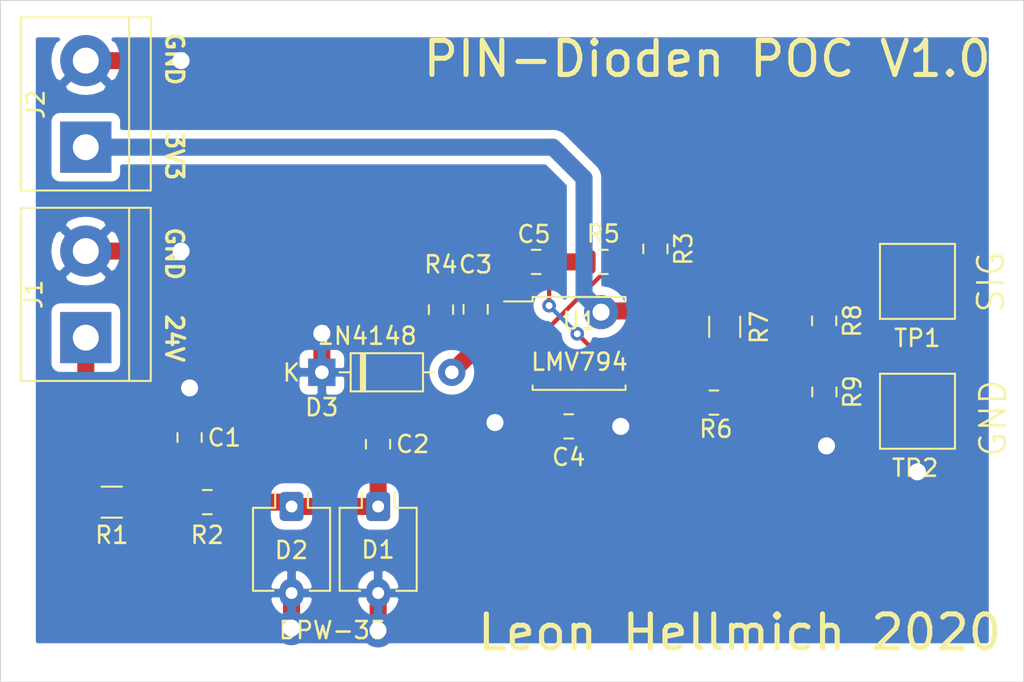
<source format=kicad_pcb>
(kicad_pcb (version 20171130) (host pcbnew "(5.1.4)-1")

  (general
    (thickness 1.6)
    (drawings 15)
    (tracks 101)
    (zones 0)
    (modules 22)
    (nets 13)
  )

  (page A4)
  (layers
    (0 F.Cu signal)
    (31 B.Cu signal)
    (32 B.Adhes user)
    (33 F.Adhes user)
    (34 B.Paste user)
    (35 F.Paste user)
    (36 B.SilkS user)
    (37 F.SilkS user)
    (38 B.Mask user)
    (39 F.Mask user)
    (40 Dwgs.User user hide)
    (41 Cmts.User user)
    (42 Eco1.User user hide)
    (43 Eco2.User user hide)
    (44 Edge.Cuts user)
    (45 Margin user)
    (46 B.CrtYd user)
    (47 F.CrtYd user)
    (48 B.Fab user)
    (49 F.Fab user hide)
  )

  (setup
    (last_trace_width 1)
    (user_trace_width 1)
    (user_trace_width 3)
    (trace_clearance 0.2)
    (zone_clearance 0.508)
    (zone_45_only no)
    (trace_min 0.2)
    (via_size 0.8)
    (via_drill 0.4)
    (via_min_size 0.4)
    (via_min_drill 0.3)
    (user_via 2 1)
    (uvia_size 0.3)
    (uvia_drill 0.1)
    (uvias_allowed no)
    (uvia_min_size 0.2)
    (uvia_min_drill 0.1)
    (edge_width 0.05)
    (segment_width 0.2)
    (pcb_text_width 0.3)
    (pcb_text_size 1.5 1.5)
    (mod_edge_width 0.12)
    (mod_text_size 1 1)
    (mod_text_width 0.15)
    (pad_size 1.524 1.524)
    (pad_drill 0.762)
    (pad_to_mask_clearance 0.051)
    (solder_mask_min_width 0.25)
    (aux_axis_origin 0 0)
    (grid_origin 132.555 75.024)
    (visible_elements FFFFFF7F)
    (pcbplotparams
      (layerselection 0x010fc_ffffffff)
      (usegerberextensions false)
      (usegerberattributes false)
      (usegerberadvancedattributes false)
      (creategerberjobfile false)
      (excludeedgelayer true)
      (linewidth 0.100000)
      (plotframeref false)
      (viasonmask false)
      (mode 1)
      (useauxorigin false)
      (hpglpennumber 1)
      (hpglpenspeed 20)
      (hpglpendiameter 15.000000)
      (psnegative false)
      (psa4output false)
      (plotreference true)
      (plotvalue true)
      (plotinvisibletext false)
      (padsonsilk false)
      (subtractmaskfromsilk false)
      (outputformat 1)
      (mirror false)
      (drillshape 1)
      (scaleselection 1)
      (outputdirectory ""))
  )

  (net 0 "")
  (net 1 GND)
  (net 2 "Net-(C1-Pad1)")
  (net 3 "Net-(C2-Pad2)")
  (net 4 "Net-(C2-Pad1)")
  (net 5 "Net-(C3-Pad1)")
  (net 6 "Net-(C4-Pad1)")
  (net 7 "Net-(C5-Pad1)")
  (net 8 +24V)
  (net 9 +3V3)
  (net 10 "Net-(R6-Pad2)")
  (net 11 "Net-(R7-Pad2)")
  (net 12 "Net-(R8-Pad2)")

  (net_class Default "Dies ist die voreingestellte Netzklasse."
    (clearance 0.2)
    (trace_width 0.25)
    (via_dia 0.8)
    (via_drill 0.4)
    (uvia_dia 0.3)
    (uvia_drill 0.1)
    (add_net +24V)
    (add_net +3V3)
    (add_net GND)
    (add_net "Net-(C1-Pad1)")
    (add_net "Net-(C2-Pad1)")
    (add_net "Net-(C2-Pad2)")
    (add_net "Net-(C3-Pad1)")
    (add_net "Net-(C4-Pad1)")
    (add_net "Net-(C5-Pad1)")
    (add_net "Net-(R6-Pad2)")
    (add_net "Net-(R7-Pad2)")
    (add_net "Net-(R8-Pad2)")
  )

  (module Package_SO:SOIC-8_5.23x5.23mm_P1.27mm (layer F.Cu) (tedit 5C9033D8) (tstamp 5E8F68CC)
    (at 133.931001 70.128001)
    (descr "SOIC, 8 Pin (http://www.winbond.com/resource-files/w25q32jv%20revg%2003272018%20plus.pdf#page=68), generated with kicad-footprint-generator ipc_gullwing_generator.py")
    (tags "SOIC SO")
    (path /5E8F47F6)
    (attr smd)
    (fp_text reference U1 (at 0.020999 -1.327001) (layer F.SilkS)
      (effects (font (size 1 1) (thickness 0.15)))
    )
    (fp_text value Opamp_Dual_Generic (at 0 3.56) (layer F.Fab)
      (effects (font (size 1 1) (thickness 0.15)))
    )
    (fp_text user %R (at 0 0) (layer F.Fab)
      (effects (font (size 1 1) (thickness 0.15)))
    )
    (fp_line (start 4.65 -2.86) (end -4.65 -2.86) (layer F.CrtYd) (width 0.05))
    (fp_line (start 4.65 2.86) (end 4.65 -2.86) (layer F.CrtYd) (width 0.05))
    (fp_line (start -4.65 2.86) (end 4.65 2.86) (layer F.CrtYd) (width 0.05))
    (fp_line (start -4.65 -2.86) (end -4.65 2.86) (layer F.CrtYd) (width 0.05))
    (fp_line (start -2.615 -1.615) (end -1.615 -2.615) (layer F.Fab) (width 0.1))
    (fp_line (start -2.615 2.615) (end -2.615 -1.615) (layer F.Fab) (width 0.1))
    (fp_line (start 2.615 2.615) (end -2.615 2.615) (layer F.Fab) (width 0.1))
    (fp_line (start 2.615 -2.615) (end 2.615 2.615) (layer F.Fab) (width 0.1))
    (fp_line (start -1.615 -2.615) (end 2.615 -2.615) (layer F.Fab) (width 0.1))
    (fp_line (start -2.725 -2.465) (end -4.4 -2.465) (layer F.SilkS) (width 0.12))
    (fp_line (start -2.725 -2.725) (end -2.725 -2.465) (layer F.SilkS) (width 0.12))
    (fp_line (start 0 -2.725) (end -2.725 -2.725) (layer F.SilkS) (width 0.12))
    (fp_line (start 2.725 -2.725) (end 2.725 -2.465) (layer F.SilkS) (width 0.12))
    (fp_line (start 0 -2.725) (end 2.725 -2.725) (layer F.SilkS) (width 0.12))
    (fp_line (start -2.725 2.725) (end -2.725 2.465) (layer F.SilkS) (width 0.12))
    (fp_line (start 0 2.725) (end -2.725 2.725) (layer F.SilkS) (width 0.12))
    (fp_line (start 2.725 2.725) (end 2.725 2.465) (layer F.SilkS) (width 0.12))
    (fp_line (start 0 2.725) (end 2.725 2.725) (layer F.SilkS) (width 0.12))
    (pad 8 smd roundrect (at 3.6 -1.905) (size 1.6 0.6) (layers F.Cu F.Paste F.Mask) (roundrect_rratio 0.25)
      (net 9 +3V3))
    (pad 7 smd roundrect (at 3.6 -0.635) (size 1.6 0.6) (layers F.Cu F.Paste F.Mask) (roundrect_rratio 0.25)
      (net 11 "Net-(R7-Pad2)"))
    (pad 6 smd roundrect (at 3.6 0.635) (size 1.6 0.6) (layers F.Cu F.Paste F.Mask) (roundrect_rratio 0.25)
      (net 10 "Net-(R6-Pad2)"))
    (pad 5 smd roundrect (at 3.6 1.905) (size 1.6 0.6) (layers F.Cu F.Paste F.Mask) (roundrect_rratio 0.25)
      (net 7 "Net-(C5-Pad1)"))
    (pad 4 smd roundrect (at -3.6 1.905) (size 1.6 0.6) (layers F.Cu F.Paste F.Mask) (roundrect_rratio 0.25)
      (net 1 GND))
    (pad 3 smd roundrect (at -3.6 0.635) (size 1.6 0.6) (layers F.Cu F.Paste F.Mask) (roundrect_rratio 0.25)
      (net 6 "Net-(C4-Pad1)"))
    (pad 2 smd roundrect (at -3.6 -0.635) (size 1.6 0.6) (layers F.Cu F.Paste F.Mask) (roundrect_rratio 0.25)
      (net 4 "Net-(C2-Pad1)"))
    (pad 1 smd roundrect (at -3.6 -1.905) (size 1.6 0.6) (layers F.Cu F.Paste F.Mask) (roundrect_rratio 0.25)
      (net 5 "Net-(C3-Pad1)"))
    (model ${KISYS3DMOD}/Package_SO.3dshapes/SOIC-8_5.23x5.23mm_P1.27mm.wrl
      (at (xyz 0 0 0))
      (scale (xyz 1 1 1))
      (rotate (xyz 0 0 0))
    )
  )

  (module TestPoint:TestPoint_Pad_4.0x4.0mm (layer F.Cu) (tedit 5A0F774F) (tstamp 5E8F68AD)
    (at 153.774 74.107)
    (descr "SMD rectangular pad as test Point, square 4.0mm side length")
    (tags "test point SMD pad rectangle square")
    (path /5E915FE0)
    (attr virtual)
    (fp_text reference TP2 (at -0.137 3.33) (layer F.SilkS)
      (effects (font (size 1 1) (thickness 0.15)))
    )
    (fp_text value TestPoint (at 0 3.1) (layer F.Fab)
      (effects (font (size 1 1) (thickness 0.15)))
    )
    (fp_line (start 2.5 2.5) (end -2.5 2.5) (layer F.CrtYd) (width 0.05))
    (fp_line (start 2.5 2.5) (end 2.5 -2.5) (layer F.CrtYd) (width 0.05))
    (fp_line (start -2.5 -2.5) (end -2.5 2.5) (layer F.CrtYd) (width 0.05))
    (fp_line (start -2.5 -2.5) (end 2.5 -2.5) (layer F.CrtYd) (width 0.05))
    (fp_line (start -2.2 2.2) (end -2.2 -2.2) (layer F.SilkS) (width 0.12))
    (fp_line (start 2.2 2.2) (end -2.2 2.2) (layer F.SilkS) (width 0.12))
    (fp_line (start 2.2 -2.2) (end 2.2 2.2) (layer F.SilkS) (width 0.12))
    (fp_line (start -2.2 -2.2) (end 2.2 -2.2) (layer F.SilkS) (width 0.12))
    (fp_text user %R (at 0 -2.9) (layer F.Fab)
      (effects (font (size 1 1) (thickness 0.15)))
    )
    (pad 1 smd rect (at 0 0) (size 4 4) (layers F.Cu F.Mask)
      (net 1 GND))
  )

  (module TestPoint:TestPoint_Pad_4.0x4.0mm (layer F.Cu) (tedit 5A0F774F) (tstamp 5E8F689F)
    (at 153.774 66.487)
    (descr "SMD rectangular pad as test Point, square 4.0mm side length")
    (tags "test point SMD pad rectangle square")
    (path /5E911E2B)
    (attr virtual)
    (fp_text reference TP1 (at -0.01 3.33) (layer F.SilkS)
      (effects (font (size 1 1) (thickness 0.15)))
    )
    (fp_text value TestPoint (at 0 3.1) (layer F.Fab)
      (effects (font (size 1 1) (thickness 0.15)))
    )
    (fp_line (start 2.5 2.5) (end -2.5 2.5) (layer F.CrtYd) (width 0.05))
    (fp_line (start 2.5 2.5) (end 2.5 -2.5) (layer F.CrtYd) (width 0.05))
    (fp_line (start -2.5 -2.5) (end -2.5 2.5) (layer F.CrtYd) (width 0.05))
    (fp_line (start -2.5 -2.5) (end 2.5 -2.5) (layer F.CrtYd) (width 0.05))
    (fp_line (start -2.2 2.2) (end -2.2 -2.2) (layer F.SilkS) (width 0.12))
    (fp_line (start 2.2 2.2) (end -2.2 2.2) (layer F.SilkS) (width 0.12))
    (fp_line (start 2.2 -2.2) (end 2.2 2.2) (layer F.SilkS) (width 0.12))
    (fp_line (start -2.2 -2.2) (end 2.2 -2.2) (layer F.SilkS) (width 0.12))
    (fp_text user %R (at 0 -2.9) (layer F.Fab)
      (effects (font (size 1 1) (thickness 0.15)))
    )
    (pad 1 smd rect (at 0 0) (size 4 4) (layers F.Cu F.Mask)
      (net 12 "Net-(R8-Pad2)"))
  )

  (module Resistor_SMD:R_0805_2012Metric_Pad1.15x1.40mm_HandSolder (layer F.Cu) (tedit 5B36C52B) (tstamp 5E8F6891)
    (at 148.313 72.973 270)
    (descr "Resistor SMD 0805 (2012 Metric), square (rectangular) end terminal, IPC_7351 nominal with elongated pad for handsoldering. (Body size source: https://docs.google.com/spreadsheets/d/1BsfQQcO9C6DZCsRaXUlFlo91Tg2WpOkGARC1WS5S8t0/edit?usp=sharing), generated with kicad-footprint-generator")
    (tags "resistor handsolder")
    (path /5DD4EDEF)
    (attr smd)
    (fp_text reference R9 (at 0 -1.65 90) (layer F.SilkS)
      (effects (font (size 1 1) (thickness 0.15)))
    )
    (fp_text value R (at 0 1.65 90) (layer F.Fab)
      (effects (font (size 1 1) (thickness 0.15)))
    )
    (fp_text user %R (at 0 0 90) (layer F.Fab)
      (effects (font (size 0.5 0.5) (thickness 0.08)))
    )
    (fp_line (start 1.85 0.95) (end -1.85 0.95) (layer F.CrtYd) (width 0.05))
    (fp_line (start 1.85 -0.95) (end 1.85 0.95) (layer F.CrtYd) (width 0.05))
    (fp_line (start -1.85 -0.95) (end 1.85 -0.95) (layer F.CrtYd) (width 0.05))
    (fp_line (start -1.85 0.95) (end -1.85 -0.95) (layer F.CrtYd) (width 0.05))
    (fp_line (start -0.261252 0.71) (end 0.261252 0.71) (layer F.SilkS) (width 0.12))
    (fp_line (start -0.261252 -0.71) (end 0.261252 -0.71) (layer F.SilkS) (width 0.12))
    (fp_line (start 1 0.6) (end -1 0.6) (layer F.Fab) (width 0.1))
    (fp_line (start 1 -0.6) (end 1 0.6) (layer F.Fab) (width 0.1))
    (fp_line (start -1 -0.6) (end 1 -0.6) (layer F.Fab) (width 0.1))
    (fp_line (start -1 0.6) (end -1 -0.6) (layer F.Fab) (width 0.1))
    (pad 2 smd roundrect (at 1.025 0 270) (size 1.15 1.4) (layers F.Cu F.Paste F.Mask) (roundrect_rratio 0.217391)
      (net 1 GND))
    (pad 1 smd roundrect (at -1.025 0 270) (size 1.15 1.4) (layers F.Cu F.Paste F.Mask) (roundrect_rratio 0.217391)
      (net 12 "Net-(R8-Pad2)"))
    (model ${KISYS3DMOD}/Resistor_SMD.3dshapes/R_0805_2012Metric.wrl
      (at (xyz 0 0 0))
      (scale (xyz 1 1 1))
      (rotate (xyz 0 0 0))
    )
  )

  (module Resistor_SMD:R_0805_2012Metric_Pad1.15x1.40mm_HandSolder (layer F.Cu) (tedit 5B36C52B) (tstamp 5E8F6880)
    (at 148.303 68.801 270)
    (descr "Resistor SMD 0805 (2012 Metric), square (rectangular) end terminal, IPC_7351 nominal with elongated pad for handsoldering. (Body size source: https://docs.google.com/spreadsheets/d/1BsfQQcO9C6DZCsRaXUlFlo91Tg2WpOkGARC1WS5S8t0/edit?usp=sharing), generated with kicad-footprint-generator")
    (tags "resistor handsolder")
    (path /5DD4E397)
    (attr smd)
    (fp_text reference R8 (at 0 -1.65 90) (layer F.SilkS)
      (effects (font (size 1 1) (thickness 0.15)))
    )
    (fp_text value R (at 0 1.65 90) (layer F.Fab)
      (effects (font (size 1 1) (thickness 0.15)))
    )
    (fp_text user %R (at 0 0 90) (layer F.Fab)
      (effects (font (size 0.5 0.5) (thickness 0.08)))
    )
    (fp_line (start 1.85 0.95) (end -1.85 0.95) (layer F.CrtYd) (width 0.05))
    (fp_line (start 1.85 -0.95) (end 1.85 0.95) (layer F.CrtYd) (width 0.05))
    (fp_line (start -1.85 -0.95) (end 1.85 -0.95) (layer F.CrtYd) (width 0.05))
    (fp_line (start -1.85 0.95) (end -1.85 -0.95) (layer F.CrtYd) (width 0.05))
    (fp_line (start -0.261252 0.71) (end 0.261252 0.71) (layer F.SilkS) (width 0.12))
    (fp_line (start -0.261252 -0.71) (end 0.261252 -0.71) (layer F.SilkS) (width 0.12))
    (fp_line (start 1 0.6) (end -1 0.6) (layer F.Fab) (width 0.1))
    (fp_line (start 1 -0.6) (end 1 0.6) (layer F.Fab) (width 0.1))
    (fp_line (start -1 -0.6) (end 1 -0.6) (layer F.Fab) (width 0.1))
    (fp_line (start -1 0.6) (end -1 -0.6) (layer F.Fab) (width 0.1))
    (pad 2 smd roundrect (at 1.025 0 270) (size 1.15 1.4) (layers F.Cu F.Paste F.Mask) (roundrect_rratio 0.217391)
      (net 12 "Net-(R8-Pad2)"))
    (pad 1 smd roundrect (at -1.025 0 270) (size 1.15 1.4) (layers F.Cu F.Paste F.Mask) (roundrect_rratio 0.217391)
      (net 11 "Net-(R7-Pad2)"))
    (model ${KISYS3DMOD}/Resistor_SMD.3dshapes/R_0805_2012Metric.wrl
      (at (xyz 0 0 0))
      (scale (xyz 1 1 1))
      (rotate (xyz 0 0 0))
    )
  )

  (module Resistor_SMD:R_1206_3216Metric_Pad1.42x1.75mm_HandSolder (layer F.Cu) (tedit 5B301BBD) (tstamp 5E8F686F)
    (at 142.471 69.154 90)
    (descr "Resistor SMD 1206 (3216 Metric), square (rectangular) end terminal, IPC_7351 nominal with elongated pad for handsoldering. (Body size source: http://www.tortai-tech.com/upload/download/2011102023233369053.pdf), generated with kicad-footprint-generator")
    (tags "resistor handsolder")
    (path /5DD2CC66)
    (attr smd)
    (fp_text reference R7 (at -0.028 2.022 90) (layer F.SilkS)
      (effects (font (size 1 1) (thickness 0.15)))
    )
    (fp_text value R (at 0 1.82 90) (layer F.Fab)
      (effects (font (size 1 1) (thickness 0.15)))
    )
    (fp_text user %R (at 0 0 90) (layer F.Fab)
      (effects (font (size 0.8 0.8) (thickness 0.12)))
    )
    (fp_line (start 2.45 1.12) (end -2.45 1.12) (layer F.CrtYd) (width 0.05))
    (fp_line (start 2.45 -1.12) (end 2.45 1.12) (layer F.CrtYd) (width 0.05))
    (fp_line (start -2.45 -1.12) (end 2.45 -1.12) (layer F.CrtYd) (width 0.05))
    (fp_line (start -2.45 1.12) (end -2.45 -1.12) (layer F.CrtYd) (width 0.05))
    (fp_line (start -0.602064 0.91) (end 0.602064 0.91) (layer F.SilkS) (width 0.12))
    (fp_line (start -0.602064 -0.91) (end 0.602064 -0.91) (layer F.SilkS) (width 0.12))
    (fp_line (start 1.6 0.8) (end -1.6 0.8) (layer F.Fab) (width 0.1))
    (fp_line (start 1.6 -0.8) (end 1.6 0.8) (layer F.Fab) (width 0.1))
    (fp_line (start -1.6 -0.8) (end 1.6 -0.8) (layer F.Fab) (width 0.1))
    (fp_line (start -1.6 0.8) (end -1.6 -0.8) (layer F.Fab) (width 0.1))
    (pad 2 smd roundrect (at 1.4875 0 90) (size 1.425 1.75) (layers F.Cu F.Paste F.Mask) (roundrect_rratio 0.175439)
      (net 11 "Net-(R7-Pad2)"))
    (pad 1 smd roundrect (at -1.4875 0 90) (size 1.425 1.75) (layers F.Cu F.Paste F.Mask) (roundrect_rratio 0.175439)
      (net 10 "Net-(R6-Pad2)"))
    (model ${KISYS3DMOD}/Resistor_SMD.3dshapes/R_1206_3216Metric.wrl
      (at (xyz 0 0 0))
      (scale (xyz 1 1 1))
      (rotate (xyz 0 0 0))
    )
  )

  (module Resistor_SMD:R_0805_2012Metric_Pad1.15x1.40mm_HandSolder (layer F.Cu) (tedit 5B36C52B) (tstamp 5E8F685E)
    (at 141.836 73.599)
    (descr "Resistor SMD 0805 (2012 Metric), square (rectangular) end terminal, IPC_7351 nominal with elongated pad for handsoldering. (Body size source: https://docs.google.com/spreadsheets/d/1BsfQQcO9C6DZCsRaXUlFlo91Tg2WpOkGARC1WS5S8t0/edit?usp=sharing), generated with kicad-footprint-generator")
    (tags "resistor handsolder")
    (path /5DD2C352)
    (attr smd)
    (fp_text reference R6 (at 0.117 1.552) (layer F.SilkS)
      (effects (font (size 1 1) (thickness 0.15)))
    )
    (fp_text value R (at 0 1.65) (layer F.Fab)
      (effects (font (size 1 1) (thickness 0.15)))
    )
    (fp_text user %R (at 0 0) (layer F.Fab)
      (effects (font (size 0.5 0.5) (thickness 0.08)))
    )
    (fp_line (start 1.85 0.95) (end -1.85 0.95) (layer F.CrtYd) (width 0.05))
    (fp_line (start 1.85 -0.95) (end 1.85 0.95) (layer F.CrtYd) (width 0.05))
    (fp_line (start -1.85 -0.95) (end 1.85 -0.95) (layer F.CrtYd) (width 0.05))
    (fp_line (start -1.85 0.95) (end -1.85 -0.95) (layer F.CrtYd) (width 0.05))
    (fp_line (start -0.261252 0.71) (end 0.261252 0.71) (layer F.SilkS) (width 0.12))
    (fp_line (start -0.261252 -0.71) (end 0.261252 -0.71) (layer F.SilkS) (width 0.12))
    (fp_line (start 1 0.6) (end -1 0.6) (layer F.Fab) (width 0.1))
    (fp_line (start 1 -0.6) (end 1 0.6) (layer F.Fab) (width 0.1))
    (fp_line (start -1 -0.6) (end 1 -0.6) (layer F.Fab) (width 0.1))
    (fp_line (start -1 0.6) (end -1 -0.6) (layer F.Fab) (width 0.1))
    (pad 2 smd roundrect (at 1.025 0) (size 1.15 1.4) (layers F.Cu F.Paste F.Mask) (roundrect_rratio 0.217391)
      (net 10 "Net-(R6-Pad2)"))
    (pad 1 smd roundrect (at -1.025 0) (size 1.15 1.4) (layers F.Cu F.Paste F.Mask) (roundrect_rratio 0.217391)
      (net 6 "Net-(C4-Pad1)"))
    (model ${KISYS3DMOD}/Resistor_SMD.3dshapes/R_0805_2012Metric.wrl
      (at (xyz 0 0 0))
      (scale (xyz 1 1 1))
      (rotate (xyz 0 0 0))
    )
  )

  (module Resistor_SMD:R_0805_2012Metric_Pad1.15x1.40mm_HandSolder (layer F.Cu) (tedit 5B36C52B) (tstamp 5E8F684D)
    (at 135.35 65.344)
    (descr "Resistor SMD 0805 (2012 Metric), square (rectangular) end terminal, IPC_7351 nominal with elongated pad for handsoldering. (Body size source: https://docs.google.com/spreadsheets/d/1BsfQQcO9C6DZCsRaXUlFlo91Tg2WpOkGARC1WS5S8t0/edit?usp=sharing), generated with kicad-footprint-generator")
    (tags "resistor handsolder")
    (path /5DD2B9E2)
    (attr smd)
    (fp_text reference R5 (at 0 -1.65) (layer F.SilkS)
      (effects (font (size 1 1) (thickness 0.15)))
    )
    (fp_text value R (at 0 1.65) (layer F.Fab)
      (effects (font (size 1 1) (thickness 0.15)))
    )
    (fp_text user %R (at 0 0) (layer F.Fab)
      (effects (font (size 0.5 0.5) (thickness 0.08)))
    )
    (fp_line (start 1.85 0.95) (end -1.85 0.95) (layer F.CrtYd) (width 0.05))
    (fp_line (start 1.85 -0.95) (end 1.85 0.95) (layer F.CrtYd) (width 0.05))
    (fp_line (start -1.85 -0.95) (end 1.85 -0.95) (layer F.CrtYd) (width 0.05))
    (fp_line (start -1.85 0.95) (end -1.85 -0.95) (layer F.CrtYd) (width 0.05))
    (fp_line (start -0.261252 0.71) (end 0.261252 0.71) (layer F.SilkS) (width 0.12))
    (fp_line (start -0.261252 -0.71) (end 0.261252 -0.71) (layer F.SilkS) (width 0.12))
    (fp_line (start 1 0.6) (end -1 0.6) (layer F.Fab) (width 0.1))
    (fp_line (start 1 -0.6) (end 1 0.6) (layer F.Fab) (width 0.1))
    (fp_line (start -1 -0.6) (end 1 -0.6) (layer F.Fab) (width 0.1))
    (fp_line (start -1 0.6) (end -1 -0.6) (layer F.Fab) (width 0.1))
    (pad 2 smd roundrect (at 1.025 0) (size 1.15 1.4) (layers F.Cu F.Paste F.Mask) (roundrect_rratio 0.217391)
      (net 6 "Net-(C4-Pad1)"))
    (pad 1 smd roundrect (at -1.025 0) (size 1.15 1.4) (layers F.Cu F.Paste F.Mask) (roundrect_rratio 0.217391)
      (net 7 "Net-(C5-Pad1)"))
    (model ${KISYS3DMOD}/Resistor_SMD.3dshapes/R_0805_2012Metric.wrl
      (at (xyz 0 0 0))
      (scale (xyz 1 1 1))
      (rotate (xyz 0 0 0))
    )
  )

  (module Resistor_SMD:R_0805_2012Metric_Pad1.15x1.40mm_HandSolder (layer F.Cu) (tedit 5B36C52B) (tstamp 5E8F683C)
    (at 125.834 68.147 270)
    (descr "Resistor SMD 0805 (2012 Metric), square (rectangular) end terminal, IPC_7351 nominal with elongated pad for handsoldering. (Body size source: https://docs.google.com/spreadsheets/d/1BsfQQcO9C6DZCsRaXUlFlo91Tg2WpOkGARC1WS5S8t0/edit?usp=sharing), generated with kicad-footprint-generator")
    (tags "resistor handsolder")
    (path /5DD22FA3)
    (attr smd)
    (fp_text reference R4 (at -2.648 0.01 180) (layer F.SilkS)
      (effects (font (size 1 1) (thickness 0.15)))
    )
    (fp_text value R (at 0 1.65 90) (layer F.Fab)
      (effects (font (size 1 1) (thickness 0.15)))
    )
    (fp_text user %R (at 0 0 90) (layer F.Fab)
      (effects (font (size 0.5 0.5) (thickness 0.08)))
    )
    (fp_line (start 1.85 0.95) (end -1.85 0.95) (layer F.CrtYd) (width 0.05))
    (fp_line (start 1.85 -0.95) (end 1.85 0.95) (layer F.CrtYd) (width 0.05))
    (fp_line (start -1.85 -0.95) (end 1.85 -0.95) (layer F.CrtYd) (width 0.05))
    (fp_line (start -1.85 0.95) (end -1.85 -0.95) (layer F.CrtYd) (width 0.05))
    (fp_line (start -0.261252 0.71) (end 0.261252 0.71) (layer F.SilkS) (width 0.12))
    (fp_line (start -0.261252 -0.71) (end 0.261252 -0.71) (layer F.SilkS) (width 0.12))
    (fp_line (start 1 0.6) (end -1 0.6) (layer F.Fab) (width 0.1))
    (fp_line (start 1 -0.6) (end 1 0.6) (layer F.Fab) (width 0.1))
    (fp_line (start -1 -0.6) (end 1 -0.6) (layer F.Fab) (width 0.1))
    (fp_line (start -1 0.6) (end -1 -0.6) (layer F.Fab) (width 0.1))
    (pad 2 smd roundrect (at 1.025 0 270) (size 1.15 1.4) (layers F.Cu F.Paste F.Mask) (roundrect_rratio 0.217391)
      (net 4 "Net-(C2-Pad1)"))
    (pad 1 smd roundrect (at -1.025 0 270) (size 1.15 1.4) (layers F.Cu F.Paste F.Mask) (roundrect_rratio 0.217391)
      (net 5 "Net-(C3-Pad1)"))
    (model ${KISYS3DMOD}/Resistor_SMD.3dshapes/R_0805_2012Metric.wrl
      (at (xyz 0 0 0))
      (scale (xyz 1 1 1))
      (rotate (xyz 0 0 0))
    )
  )

  (module Resistor_SMD:R_0805_2012Metric_Pad1.15x1.40mm_HandSolder (layer F.Cu) (tedit 5B36C52B) (tstamp 5E8F682B)
    (at 138.407 64.582 270)
    (descr "Resistor SMD 0805 (2012 Metric), square (rectangular) end terminal, IPC_7351 nominal with elongated pad for handsoldering. (Body size source: https://docs.google.com/spreadsheets/d/1BsfQQcO9C6DZCsRaXUlFlo91Tg2WpOkGARC1WS5S8t0/edit?usp=sharing), generated with kicad-footprint-generator")
    (tags "resistor handsolder")
    (path /5DD250D4)
    (attr smd)
    (fp_text reference R3 (at 0 -1.65 90) (layer F.SilkS)
      (effects (font (size 1 1) (thickness 0.15)))
    )
    (fp_text value R (at 0 1.65 90) (layer F.Fab)
      (effects (font (size 1 1) (thickness 0.15)))
    )
    (fp_text user %R (at 0 0 90) (layer F.Fab)
      (effects (font (size 0.5 0.5) (thickness 0.08)))
    )
    (fp_line (start 1.85 0.95) (end -1.85 0.95) (layer F.CrtYd) (width 0.05))
    (fp_line (start 1.85 -0.95) (end 1.85 0.95) (layer F.CrtYd) (width 0.05))
    (fp_line (start -1.85 -0.95) (end 1.85 -0.95) (layer F.CrtYd) (width 0.05))
    (fp_line (start -1.85 0.95) (end -1.85 -0.95) (layer F.CrtYd) (width 0.05))
    (fp_line (start -0.261252 0.71) (end 0.261252 0.71) (layer F.SilkS) (width 0.12))
    (fp_line (start -0.261252 -0.71) (end 0.261252 -0.71) (layer F.SilkS) (width 0.12))
    (fp_line (start 1 0.6) (end -1 0.6) (layer F.Fab) (width 0.1))
    (fp_line (start 1 -0.6) (end 1 0.6) (layer F.Fab) (width 0.1))
    (fp_line (start -1 -0.6) (end 1 -0.6) (layer F.Fab) (width 0.1))
    (fp_line (start -1 0.6) (end -1 -0.6) (layer F.Fab) (width 0.1))
    (pad 2 smd roundrect (at 1.025 0 270) (size 1.15 1.4) (layers F.Cu F.Paste F.Mask) (roundrect_rratio 0.217391)
      (net 9 +3V3))
    (pad 1 smd roundrect (at -1.025 0 270) (size 1.15 1.4) (layers F.Cu F.Paste F.Mask) (roundrect_rratio 0.217391)
      (net 6 "Net-(C4-Pad1)"))
    (model ${KISYS3DMOD}/Resistor_SMD.3dshapes/R_0805_2012Metric.wrl
      (at (xyz 0 0 0))
      (scale (xyz 1 1 1))
      (rotate (xyz 0 0 0))
    )
  )

  (module Resistor_SMD:R_0805_2012Metric_Pad1.15x1.40mm_HandSolder (layer F.Cu) (tedit 5B36C52B) (tstamp 5E8F681A)
    (at 112.127 79.441)
    (descr "Resistor SMD 0805 (2012 Metric), square (rectangular) end terminal, IPC_7351 nominal with elongated pad for handsoldering. (Body size source: https://docs.google.com/spreadsheets/d/1BsfQQcO9C6DZCsRaXUlFlo91Tg2WpOkGARC1WS5S8t0/edit?usp=sharing), generated with kicad-footprint-generator")
    (tags "resistor handsolder")
    (path /5DD1384E)
    (attr smd)
    (fp_text reference R2 (at 0 1.933) (layer F.SilkS)
      (effects (font (size 1 1) (thickness 0.15)))
    )
    (fp_text value R (at 0 1.65) (layer F.Fab)
      (effects (font (size 1 1) (thickness 0.15)))
    )
    (fp_text user %R (at 0 0) (layer F.Fab)
      (effects (font (size 0.5 0.5) (thickness 0.08)))
    )
    (fp_line (start 1.85 0.95) (end -1.85 0.95) (layer F.CrtYd) (width 0.05))
    (fp_line (start 1.85 -0.95) (end 1.85 0.95) (layer F.CrtYd) (width 0.05))
    (fp_line (start -1.85 -0.95) (end 1.85 -0.95) (layer F.CrtYd) (width 0.05))
    (fp_line (start -1.85 0.95) (end -1.85 -0.95) (layer F.CrtYd) (width 0.05))
    (fp_line (start -0.261252 0.71) (end 0.261252 0.71) (layer F.SilkS) (width 0.12))
    (fp_line (start -0.261252 -0.71) (end 0.261252 -0.71) (layer F.SilkS) (width 0.12))
    (fp_line (start 1 0.6) (end -1 0.6) (layer F.Fab) (width 0.1))
    (fp_line (start 1 -0.6) (end 1 0.6) (layer F.Fab) (width 0.1))
    (fp_line (start -1 -0.6) (end 1 -0.6) (layer F.Fab) (width 0.1))
    (fp_line (start -1 0.6) (end -1 -0.6) (layer F.Fab) (width 0.1))
    (pad 2 smd roundrect (at 1.025 0) (size 1.15 1.4) (layers F.Cu F.Paste F.Mask) (roundrect_rratio 0.217391)
      (net 3 "Net-(C2-Pad2)"))
    (pad 1 smd roundrect (at -1.025 0) (size 1.15 1.4) (layers F.Cu F.Paste F.Mask) (roundrect_rratio 0.217391)
      (net 2 "Net-(C1-Pad1)"))
    (model ${KISYS3DMOD}/Resistor_SMD.3dshapes/R_0805_2012Metric.wrl
      (at (xyz 0 0 0))
      (scale (xyz 1 1 1))
      (rotate (xyz 0 0 0))
    )
  )

  (module Resistor_SMD:R_1206_3216Metric_Pad1.42x1.75mm_HandSolder (layer F.Cu) (tedit 5B301BBD) (tstamp 5E8F6809)
    (at 106.53 79.441)
    (descr "Resistor SMD 1206 (3216 Metric), square (rectangular) end terminal, IPC_7351 nominal with elongated pad for handsoldering. (Body size source: http://www.tortai-tech.com/upload/download/2011102023233369053.pdf), generated with kicad-footprint-generator")
    (tags "resistor handsolder")
    (path /5DD15F5D)
    (attr smd)
    (fp_text reference R1 (at 0 1.933) (layer F.SilkS)
      (effects (font (size 1 1) (thickness 0.15)))
    )
    (fp_text value R (at 0 1.82) (layer F.Fab)
      (effects (font (size 1 1) (thickness 0.15)))
    )
    (fp_text user %R (at 0 0) (layer F.Fab)
      (effects (font (size 0.8 0.8) (thickness 0.12)))
    )
    (fp_line (start 2.45 1.12) (end -2.45 1.12) (layer F.CrtYd) (width 0.05))
    (fp_line (start 2.45 -1.12) (end 2.45 1.12) (layer F.CrtYd) (width 0.05))
    (fp_line (start -2.45 -1.12) (end 2.45 -1.12) (layer F.CrtYd) (width 0.05))
    (fp_line (start -2.45 1.12) (end -2.45 -1.12) (layer F.CrtYd) (width 0.05))
    (fp_line (start -0.602064 0.91) (end 0.602064 0.91) (layer F.SilkS) (width 0.12))
    (fp_line (start -0.602064 -0.91) (end 0.602064 -0.91) (layer F.SilkS) (width 0.12))
    (fp_line (start 1.6 0.8) (end -1.6 0.8) (layer F.Fab) (width 0.1))
    (fp_line (start 1.6 -0.8) (end 1.6 0.8) (layer F.Fab) (width 0.1))
    (fp_line (start -1.6 -0.8) (end 1.6 -0.8) (layer F.Fab) (width 0.1))
    (fp_line (start -1.6 0.8) (end -1.6 -0.8) (layer F.Fab) (width 0.1))
    (pad 2 smd roundrect (at 1.4875 0) (size 1.425 1.75) (layers F.Cu F.Paste F.Mask) (roundrect_rratio 0.175439)
      (net 2 "Net-(C1-Pad1)"))
    (pad 1 smd roundrect (at -1.4875 0) (size 1.425 1.75) (layers F.Cu F.Paste F.Mask) (roundrect_rratio 0.175439)
      (net 8 +24V))
    (model ${KISYS3DMOD}/Resistor_SMD.3dshapes/R_1206_3216Metric.wrl
      (at (xyz 0 0 0))
      (scale (xyz 1 1 1))
      (rotate (xyz 0 0 0))
    )
  )

  (module TerminalBlock:TerminalBlock_bornier-2_P5.08mm (layer F.Cu) (tedit 59FF03AB) (tstamp 5E8F67F8)
    (at 105.006 58.613 90)
    (descr "simple 2-pin terminal block, pitch 5.08mm, revamped version of bornier2")
    (tags "terminal block bornier2")
    (path /5E91F635)
    (fp_text reference J2 (at 2.512 -2.931 90) (layer F.SilkS)
      (effects (font (size 1 1) (thickness 0.15)))
    )
    (fp_text value Screw_Terminal_01x02 (at 2.54 5.08 90) (layer F.Fab)
      (effects (font (size 1 1) (thickness 0.15)))
    )
    (fp_line (start 7.79 4) (end -2.71 4) (layer F.CrtYd) (width 0.05))
    (fp_line (start 7.79 4) (end 7.79 -4) (layer F.CrtYd) (width 0.05))
    (fp_line (start -2.71 -4) (end -2.71 4) (layer F.CrtYd) (width 0.05))
    (fp_line (start -2.71 -4) (end 7.79 -4) (layer F.CrtYd) (width 0.05))
    (fp_line (start -2.54 3.81) (end 7.62 3.81) (layer F.SilkS) (width 0.12))
    (fp_line (start -2.54 -3.81) (end -2.54 3.81) (layer F.SilkS) (width 0.12))
    (fp_line (start 7.62 -3.81) (end -2.54 -3.81) (layer F.SilkS) (width 0.12))
    (fp_line (start 7.62 3.81) (end 7.62 -3.81) (layer F.SilkS) (width 0.12))
    (fp_line (start 7.62 2.54) (end -2.54 2.54) (layer F.SilkS) (width 0.12))
    (fp_line (start 7.54 -3.75) (end -2.46 -3.75) (layer F.Fab) (width 0.1))
    (fp_line (start 7.54 3.75) (end 7.54 -3.75) (layer F.Fab) (width 0.1))
    (fp_line (start -2.46 3.75) (end 7.54 3.75) (layer F.Fab) (width 0.1))
    (fp_line (start -2.46 -3.75) (end -2.46 3.75) (layer F.Fab) (width 0.1))
    (fp_line (start -2.41 2.55) (end 7.49 2.55) (layer F.Fab) (width 0.1))
    (fp_text user %R (at 2.54 0 90) (layer F.Fab)
      (effects (font (size 1 1) (thickness 0.15)))
    )
    (pad 2 thru_hole circle (at 5.08 0 90) (size 3 3) (drill 1.52) (layers *.Cu *.Mask)
      (net 1 GND))
    (pad 1 thru_hole rect (at 0 0 90) (size 3 3) (drill 1.52) (layers *.Cu *.Mask)
      (net 9 +3V3))
    (model ${KISYS3DMOD}/TerminalBlock.3dshapes/TerminalBlock_bornier-2_P5.08mm.wrl
      (offset (xyz 2.539999961853027 0 0))
      (scale (xyz 1 1 1))
      (rotate (xyz 0 0 0))
    )
  )

  (module TerminalBlock:TerminalBlock_bornier-2_P5.08mm (layer F.Cu) (tedit 59FF03AB) (tstamp 5E8F67E3)
    (at 105.006 69.789 90)
    (descr "simple 2-pin terminal block, pitch 5.08mm, revamped version of bornier2")
    (tags "terminal block bornier2")
    (path /5E91E5AF)
    (fp_text reference J1 (at 2.54 -3.058 90) (layer F.SilkS)
      (effects (font (size 1 1) (thickness 0.15)))
    )
    (fp_text value Screw_Terminal_01x02 (at 2.54 5.08 90) (layer F.Fab)
      (effects (font (size 1 1) (thickness 0.15)))
    )
    (fp_line (start 7.79 4) (end -2.71 4) (layer F.CrtYd) (width 0.05))
    (fp_line (start 7.79 4) (end 7.79 -4) (layer F.CrtYd) (width 0.05))
    (fp_line (start -2.71 -4) (end -2.71 4) (layer F.CrtYd) (width 0.05))
    (fp_line (start -2.71 -4) (end 7.79 -4) (layer F.CrtYd) (width 0.05))
    (fp_line (start -2.54 3.81) (end 7.62 3.81) (layer F.SilkS) (width 0.12))
    (fp_line (start -2.54 -3.81) (end -2.54 3.81) (layer F.SilkS) (width 0.12))
    (fp_line (start 7.62 -3.81) (end -2.54 -3.81) (layer F.SilkS) (width 0.12))
    (fp_line (start 7.62 3.81) (end 7.62 -3.81) (layer F.SilkS) (width 0.12))
    (fp_line (start 7.62 2.54) (end -2.54 2.54) (layer F.SilkS) (width 0.12))
    (fp_line (start 7.54 -3.75) (end -2.46 -3.75) (layer F.Fab) (width 0.1))
    (fp_line (start 7.54 3.75) (end 7.54 -3.75) (layer F.Fab) (width 0.1))
    (fp_line (start -2.46 3.75) (end 7.54 3.75) (layer F.Fab) (width 0.1))
    (fp_line (start -2.46 -3.75) (end -2.46 3.75) (layer F.Fab) (width 0.1))
    (fp_line (start -2.41 2.55) (end 7.49 2.55) (layer F.Fab) (width 0.1))
    (fp_text user %R (at 2.54 0 90) (layer F.Fab)
      (effects (font (size 1 1) (thickness 0.15)))
    )
    (pad 2 thru_hole circle (at 5.08 0 90) (size 3 3) (drill 1.52) (layers *.Cu *.Mask)
      (net 1 GND))
    (pad 1 thru_hole rect (at 0 0 90) (size 3 3) (drill 1.52) (layers *.Cu *.Mask)
      (net 8 +24V))
    (model ${KISYS3DMOD}/TerminalBlock.3dshapes/TerminalBlock_bornier-2_P5.08mm.wrl
      (offset (xyz 2.539999961853027 0 0))
      (scale (xyz 1 1 1))
      (rotate (xyz 0 0 0))
    )
  )

  (module Diode_THT:D_DO-35_SOD27_P7.62mm_Horizontal (layer F.Cu) (tedit 5AE50CD5) (tstamp 5E8F67CE)
    (at 118.849 71.821)
    (descr "Diode, DO-35_SOD27 series, Axial, Horizontal, pin pitch=7.62mm, , length*diameter=4*2mm^2, , http://www.diodes.com/_files/packages/DO-35.pdf")
    (tags "Diode DO-35_SOD27 series Axial Horizontal pin pitch 7.62mm  length 4mm diameter 2mm")
    (path /5DD26F27)
    (fp_text reference D3 (at -0.01 2.06) (layer F.SilkS)
      (effects (font (size 1 1) (thickness 0.15)))
    )
    (fp_text value D (at 3.81 2.12) (layer F.Fab)
      (effects (font (size 1 1) (thickness 0.15)))
    )
    (fp_text user K (at -1.788 0.028) (layer F.SilkS)
      (effects (font (size 1 1) (thickness 0.15)))
    )
    (fp_text user K (at 0 2.159) (layer F.Fab)
      (effects (font (size 1 1) (thickness 0.15)))
    )
    (fp_text user %R (at 4.11 0) (layer F.Fab)
      (effects (font (size 0.8 0.8) (thickness 0.12)))
    )
    (fp_line (start 8.67 -1.25) (end -1.05 -1.25) (layer F.CrtYd) (width 0.05))
    (fp_line (start 8.67 1.25) (end 8.67 -1.25) (layer F.CrtYd) (width 0.05))
    (fp_line (start -1.05 1.25) (end 8.67 1.25) (layer F.CrtYd) (width 0.05))
    (fp_line (start -1.05 -1.25) (end -1.05 1.25) (layer F.CrtYd) (width 0.05))
    (fp_line (start 2.29 -1.12) (end 2.29 1.12) (layer F.SilkS) (width 0.12))
    (fp_line (start 2.53 -1.12) (end 2.53 1.12) (layer F.SilkS) (width 0.12))
    (fp_line (start 2.41 -1.12) (end 2.41 1.12) (layer F.SilkS) (width 0.12))
    (fp_line (start 6.58 0) (end 5.93 0) (layer F.SilkS) (width 0.12))
    (fp_line (start 1.04 0) (end 1.69 0) (layer F.SilkS) (width 0.12))
    (fp_line (start 5.93 -1.12) (end 1.69 -1.12) (layer F.SilkS) (width 0.12))
    (fp_line (start 5.93 1.12) (end 5.93 -1.12) (layer F.SilkS) (width 0.12))
    (fp_line (start 1.69 1.12) (end 5.93 1.12) (layer F.SilkS) (width 0.12))
    (fp_line (start 1.69 -1.12) (end 1.69 1.12) (layer F.SilkS) (width 0.12))
    (fp_line (start 2.31 -1) (end 2.31 1) (layer F.Fab) (width 0.1))
    (fp_line (start 2.51 -1) (end 2.51 1) (layer F.Fab) (width 0.1))
    (fp_line (start 2.41 -1) (end 2.41 1) (layer F.Fab) (width 0.1))
    (fp_line (start 7.62 0) (end 5.81 0) (layer F.Fab) (width 0.1))
    (fp_line (start 0 0) (end 1.81 0) (layer F.Fab) (width 0.1))
    (fp_line (start 5.81 -1) (end 1.81 -1) (layer F.Fab) (width 0.1))
    (fp_line (start 5.81 1) (end 5.81 -1) (layer F.Fab) (width 0.1))
    (fp_line (start 1.81 1) (end 5.81 1) (layer F.Fab) (width 0.1))
    (fp_line (start 1.81 -1) (end 1.81 1) (layer F.Fab) (width 0.1))
    (pad 2 thru_hole oval (at 7.62 0) (size 1.6 1.6) (drill 0.8) (layers *.Cu *.Mask)
      (net 6 "Net-(C4-Pad1)"))
    (pad 1 thru_hole rect (at 0 0) (size 1.6 1.6) (drill 0.8) (layers *.Cu *.Mask)
      (net 1 GND))
    (model ${KISYS3DMOD}/Diode_THT.3dshapes/D_DO-35_SOD27_P7.62mm_Horizontal.wrl
      (at (xyz 0 0 0))
      (scale (xyz 1 1 1))
      (rotate (xyz 0 0 0))
    )
  )

  (module OptoDevice:Osram_DIL2_4.3x4.65mm_P5.08mm (layer F.Cu) (tedit 5B887DD0) (tstamp 5E8F67AF)
    (at 117.071 79.695 270)
    (descr "PhotoDiode, plastic DIL, 4.3x4.65mm², RM5.08")
    (tags "PhotoDiode plastic DIL RM5.08")
    (path /5DD11BB7)
    (fp_text reference D2 (at 2.568 0.01) (layer F.SilkS)
      (effects (font (size 1 1) (thickness 0.15)))
    )
    (fp_text value D_Photo (at 2.54 3.17 90) (layer F.Fab)
      (effects (font (size 1 1) (thickness 0.15)))
    )
    (fp_line (start 0.08 0.96) (end -0.84 0.96) (layer F.SilkS) (width 0.12))
    (fp_line (start 0.08 -0.96) (end -0.84 -0.96) (layer F.SilkS) (width 0.12))
    (fp_line (start 6.18 2.4) (end -1.1 2.4) (layer F.CrtYd) (width 0.05))
    (fp_line (start 6.18 2.4) (end 6.18 -2.4) (layer F.CrtYd) (width 0.05))
    (fp_line (start -1.1 -2.4) (end -1.1 2.4) (layer F.CrtYd) (width 0.05))
    (fp_line (start -1.1 -2.4) (end 6.18 -2.4) (layer F.CrtYd) (width 0.05))
    (fp_line (start 1.02 0.64) (end 3.56 0.64) (layer F.Fab) (width 0.1))
    (fp_line (start 2.03 0) (end 2.03 1.27) (layer F.Fab) (width 0.1))
    (fp_line (start 2.67 1.27) (end 2.03 0.64) (layer F.Fab) (width 0.1))
    (fp_line (start 2.67 0) (end 2.67 1.27) (layer F.Fab) (width 0.1))
    (fp_line (start 2.03 0.64) (end 2.67 0) (layer F.Fab) (width 0.1))
    (fp_line (start 3.56 -1.14) (end 2.79 -0.38) (layer F.Fab) (width 0.1))
    (fp_line (start 3.05 -1.14) (end 2.29 -0.38) (layer F.Fab) (width 0.1))
    (fp_line (start 2.29 -0.38) (end 2.29 -0.64) (layer F.Fab) (width 0.1))
    (fp_line (start 2.29 -0.38) (end 2.54 -0.38) (layer F.Fab) (width 0.1))
    (fp_line (start 2.79 -0.38) (end 2.79 -0.64) (layer F.Fab) (width 0.1))
    (fp_line (start 2.79 -0.38) (end 3.05 -0.38) (layer F.Fab) (width 0.1))
    (fp_line (start 3.79 -1.5) (end 0.79 -1.5) (layer F.Fab) (width 0.1))
    (fp_line (start 0.79 1.5) (end 3.79 1.5) (layer F.Fab) (width 0.1))
    (fp_line (start 0.84 -2.15) (end 4.84 -2.15) (layer F.Fab) (width 0.1))
    (fp_line (start 0.19 -1.5) (end 0.84 -2.15) (layer F.Fab) (width 0.1))
    (fp_line (start 0.19 2.15) (end 0.19 -1.5) (layer F.Fab) (width 0.1))
    (fp_line (start 4.84 2.15) (end 0.19 2.15) (layer F.Fab) (width 0.1))
    (fp_line (start 4.84 -2.15) (end 4.84 2.15) (layer F.Fab) (width 0.1))
    (fp_line (start 4.95 -2.26) (end 4.95 -1.06) (layer F.SilkS) (width 0.12))
    (fp_line (start 0.08 -2.26) (end 4.95 -2.26) (layer F.SilkS) (width 0.12))
    (fp_line (start 4.95 2.26) (end 0.08 2.26) (layer F.SilkS) (width 0.12))
    (fp_line (start 4.95 1.06) (end 4.95 2.26) (layer F.SilkS) (width 0.12))
    (fp_line (start 0.08 -2.26) (end 0.08 -0.96) (layer F.SilkS) (width 0.12))
    (fp_line (start 0.08 0.96) (end 0.08 2.26) (layer F.SilkS) (width 0.12))
    (fp_line (start 0.79 -1.5) (end 0.79 1.5) (layer F.Fab) (width 0.1))
    (fp_line (start 3.79 1.5) (end 3.79 -1.5) (layer F.Fab) (width 0.1))
    (fp_text user %R (at 2.54 -3.17 90) (layer F.Fab)
      (effects (font (size 1 1) (thickness 0.15)))
    )
    (pad 1 thru_hole roundrect (at 0 0 270) (size 1.7 1.4) (drill 0.7) (layers *.Cu *.Mask) (roundrect_rratio 0.178)
      (net 3 "Net-(C2-Pad2)"))
    (pad 2 thru_hole oval (at 5.08 0 270) (size 1.7 1.4) (drill 0.7) (layers *.Cu *.Mask)
      (net 1 GND))
    (model ${KISYS3DMOD}/OptoDevice.3dshapes/Osram_DIL2_4.3x4.65mm_P5.08mm.wrl
      (at (xyz 0 0 0))
      (scale (xyz 1 1 1))
      (rotate (xyz 0 0 0))
    )
  )

  (module OptoDevice:Osram_DIL2_4.3x4.65mm_P5.08mm (layer F.Cu) (tedit 5B887DD0) (tstamp 5E8F6788)
    (at 122.151 79.695 270)
    (descr "PhotoDiode, plastic DIL, 4.3x4.65mm², RM5.08")
    (tags "PhotoDiode plastic DIL RM5.08")
    (path /5DD10D3F)
    (fp_text reference D1 (at 2.54 0.01) (layer F.SilkS)
      (effects (font (size 1 1) (thickness 0.15)))
    )
    (fp_text value D_Photo (at 2.54 3.17 90) (layer F.Fab)
      (effects (font (size 1 1) (thickness 0.15)))
    )
    (fp_line (start 0.08 0.96) (end -0.84 0.96) (layer F.SilkS) (width 0.12))
    (fp_line (start 0.08 -0.96) (end -0.84 -0.96) (layer F.SilkS) (width 0.12))
    (fp_line (start 6.18 2.4) (end -1.1 2.4) (layer F.CrtYd) (width 0.05))
    (fp_line (start 6.18 2.4) (end 6.18 -2.4) (layer F.CrtYd) (width 0.05))
    (fp_line (start -1.1 -2.4) (end -1.1 2.4) (layer F.CrtYd) (width 0.05))
    (fp_line (start -1.1 -2.4) (end 6.18 -2.4) (layer F.CrtYd) (width 0.05))
    (fp_line (start 1.02 0.64) (end 3.56 0.64) (layer F.Fab) (width 0.1))
    (fp_line (start 2.03 0) (end 2.03 1.27) (layer F.Fab) (width 0.1))
    (fp_line (start 2.67 1.27) (end 2.03 0.64) (layer F.Fab) (width 0.1))
    (fp_line (start 2.67 0) (end 2.67 1.27) (layer F.Fab) (width 0.1))
    (fp_line (start 2.03 0.64) (end 2.67 0) (layer F.Fab) (width 0.1))
    (fp_line (start 3.56 -1.14) (end 2.79 -0.38) (layer F.Fab) (width 0.1))
    (fp_line (start 3.05 -1.14) (end 2.29 -0.38) (layer F.Fab) (width 0.1))
    (fp_line (start 2.29 -0.38) (end 2.29 -0.64) (layer F.Fab) (width 0.1))
    (fp_line (start 2.29 -0.38) (end 2.54 -0.38) (layer F.Fab) (width 0.1))
    (fp_line (start 2.79 -0.38) (end 2.79 -0.64) (layer F.Fab) (width 0.1))
    (fp_line (start 2.79 -0.38) (end 3.05 -0.38) (layer F.Fab) (width 0.1))
    (fp_line (start 3.79 -1.5) (end 0.79 -1.5) (layer F.Fab) (width 0.1))
    (fp_line (start 0.79 1.5) (end 3.79 1.5) (layer F.Fab) (width 0.1))
    (fp_line (start 0.84 -2.15) (end 4.84 -2.15) (layer F.Fab) (width 0.1))
    (fp_line (start 0.19 -1.5) (end 0.84 -2.15) (layer F.Fab) (width 0.1))
    (fp_line (start 0.19 2.15) (end 0.19 -1.5) (layer F.Fab) (width 0.1))
    (fp_line (start 4.84 2.15) (end 0.19 2.15) (layer F.Fab) (width 0.1))
    (fp_line (start 4.84 -2.15) (end 4.84 2.15) (layer F.Fab) (width 0.1))
    (fp_line (start 4.95 -2.26) (end 4.95 -1.06) (layer F.SilkS) (width 0.12))
    (fp_line (start 0.08 -2.26) (end 4.95 -2.26) (layer F.SilkS) (width 0.12))
    (fp_line (start 4.95 2.26) (end 0.08 2.26) (layer F.SilkS) (width 0.12))
    (fp_line (start 4.95 1.06) (end 4.95 2.26) (layer F.SilkS) (width 0.12))
    (fp_line (start 0.08 -2.26) (end 0.08 -0.96) (layer F.SilkS) (width 0.12))
    (fp_line (start 0.08 0.96) (end 0.08 2.26) (layer F.SilkS) (width 0.12))
    (fp_line (start 0.79 -1.5) (end 0.79 1.5) (layer F.Fab) (width 0.1))
    (fp_line (start 3.79 1.5) (end 3.79 -1.5) (layer F.Fab) (width 0.1))
    (fp_text user %R (at 2.54 -3.17 90) (layer F.Fab)
      (effects (font (size 1 1) (thickness 0.15)))
    )
    (pad 1 thru_hole roundrect (at 0 0 270) (size 1.7 1.4) (drill 0.7) (layers *.Cu *.Mask) (roundrect_rratio 0.178)
      (net 3 "Net-(C2-Pad2)"))
    (pad 2 thru_hole oval (at 5.08 0 270) (size 1.7 1.4) (drill 0.7) (layers *.Cu *.Mask)
      (net 1 GND))
    (model ${KISYS3DMOD}/OptoDevice.3dshapes/Osram_DIL2_4.3x4.65mm_P5.08mm.wrl
      (at (xyz 0 0 0))
      (scale (xyz 1 1 1))
      (rotate (xyz 0 0 0))
    )
  )

  (module Capacitor_SMD:C_0805_2012Metric_Pad1.15x1.40mm_HandSolder (layer F.Cu) (tedit 5B36C52B) (tstamp 5E8F6761)
    (at 131.413 65.344 180)
    (descr "Capacitor SMD 0805 (2012 Metric), square (rectangular) end terminal, IPC_7351 nominal with elongated pad for handsoldering. (Body size source: https://docs.google.com/spreadsheets/d/1BsfQQcO9C6DZCsRaXUlFlo91Tg2WpOkGARC1WS5S8t0/edit?usp=sharing), generated with kicad-footprint-generator")
    (tags "capacitor handsolder")
    (path /5DD2AA20)
    (attr smd)
    (fp_text reference C5 (at 0.128 1.623) (layer F.SilkS)
      (effects (font (size 1 1) (thickness 0.15)))
    )
    (fp_text value C (at 0 1.65) (layer F.Fab)
      (effects (font (size 1 1) (thickness 0.15)))
    )
    (fp_text user %R (at 0 0) (layer F.Fab)
      (effects (font (size 0.5 0.5) (thickness 0.08)))
    )
    (fp_line (start 1.85 0.95) (end -1.85 0.95) (layer F.CrtYd) (width 0.05))
    (fp_line (start 1.85 -0.95) (end 1.85 0.95) (layer F.CrtYd) (width 0.05))
    (fp_line (start -1.85 -0.95) (end 1.85 -0.95) (layer F.CrtYd) (width 0.05))
    (fp_line (start -1.85 0.95) (end -1.85 -0.95) (layer F.CrtYd) (width 0.05))
    (fp_line (start -0.261252 0.71) (end 0.261252 0.71) (layer F.SilkS) (width 0.12))
    (fp_line (start -0.261252 -0.71) (end 0.261252 -0.71) (layer F.SilkS) (width 0.12))
    (fp_line (start 1 0.6) (end -1 0.6) (layer F.Fab) (width 0.1))
    (fp_line (start 1 -0.6) (end 1 0.6) (layer F.Fab) (width 0.1))
    (fp_line (start -1 -0.6) (end 1 -0.6) (layer F.Fab) (width 0.1))
    (fp_line (start -1 0.6) (end -1 -0.6) (layer F.Fab) (width 0.1))
    (pad 2 smd roundrect (at 1.025 0 180) (size 1.15 1.4) (layers F.Cu F.Paste F.Mask) (roundrect_rratio 0.217391)
      (net 5 "Net-(C3-Pad1)"))
    (pad 1 smd roundrect (at -1.025 0 180) (size 1.15 1.4) (layers F.Cu F.Paste F.Mask) (roundrect_rratio 0.217391)
      (net 7 "Net-(C5-Pad1)"))
    (model ${KISYS3DMOD}/Capacitor_SMD.3dshapes/C_0805_2012Metric.wrl
      (at (xyz 0 0 0))
      (scale (xyz 1 1 1))
      (rotate (xyz 0 0 0))
    )
  )

  (module Capacitor_SMD:C_0805_2012Metric_Pad1.15x1.40mm_HandSolder (layer F.Cu) (tedit 5B36C52B) (tstamp 5E8F6750)
    (at 133.327 74.996)
    (descr "Capacitor SMD 0805 (2012 Metric), square (rectangular) end terminal, IPC_7351 nominal with elongated pad for handsoldering. (Body size source: https://docs.google.com/spreadsheets/d/1BsfQQcO9C6DZCsRaXUlFlo91Tg2WpOkGARC1WS5S8t0/edit?usp=sharing), generated with kicad-footprint-generator")
    (tags "capacitor handsolder")
    (path /5DD27C44)
    (attr smd)
    (fp_text reference C4 (at -0.01 1.806) (layer F.SilkS)
      (effects (font (size 1 1) (thickness 0.15)))
    )
    (fp_text value C (at 0 1.65) (layer F.Fab)
      (effects (font (size 1 1) (thickness 0.15)))
    )
    (fp_text user %R (at 0 0) (layer F.Fab)
      (effects (font (size 0.5 0.5) (thickness 0.08)))
    )
    (fp_line (start 1.85 0.95) (end -1.85 0.95) (layer F.CrtYd) (width 0.05))
    (fp_line (start 1.85 -0.95) (end 1.85 0.95) (layer F.CrtYd) (width 0.05))
    (fp_line (start -1.85 -0.95) (end 1.85 -0.95) (layer F.CrtYd) (width 0.05))
    (fp_line (start -1.85 0.95) (end -1.85 -0.95) (layer F.CrtYd) (width 0.05))
    (fp_line (start -0.261252 0.71) (end 0.261252 0.71) (layer F.SilkS) (width 0.12))
    (fp_line (start -0.261252 -0.71) (end 0.261252 -0.71) (layer F.SilkS) (width 0.12))
    (fp_line (start 1 0.6) (end -1 0.6) (layer F.Fab) (width 0.1))
    (fp_line (start 1 -0.6) (end 1 0.6) (layer F.Fab) (width 0.1))
    (fp_line (start -1 -0.6) (end 1 -0.6) (layer F.Fab) (width 0.1))
    (fp_line (start -1 0.6) (end -1 -0.6) (layer F.Fab) (width 0.1))
    (pad 2 smd roundrect (at 1.025 0) (size 1.15 1.4) (layers F.Cu F.Paste F.Mask) (roundrect_rratio 0.217391)
      (net 1 GND))
    (pad 1 smd roundrect (at -1.025 0) (size 1.15 1.4) (layers F.Cu F.Paste F.Mask) (roundrect_rratio 0.217391)
      (net 6 "Net-(C4-Pad1)"))
    (model ${KISYS3DMOD}/Capacitor_SMD.3dshapes/C_0805_2012Metric.wrl
      (at (xyz 0 0 0))
      (scale (xyz 1 1 1))
      (rotate (xyz 0 0 0))
    )
  )

  (module Capacitor_SMD:C_0805_2012Metric_Pad1.15x1.40mm_HandSolder (layer F.Cu) (tedit 5B36C52B) (tstamp 5E8F673F)
    (at 127.865999 68.121001 270)
    (descr "Capacitor SMD 0805 (2012 Metric), square (rectangular) end terminal, IPC_7351 nominal with elongated pad for handsoldering. (Body size source: https://docs.google.com/spreadsheets/d/1BsfQQcO9C6DZCsRaXUlFlo91Tg2WpOkGARC1WS5S8t0/edit?usp=sharing), generated with kicad-footprint-generator")
    (tags "capacitor handsolder")
    (path /5DD23915)
    (attr smd)
    (fp_text reference C3 (at -2.622001 0.009999 180) (layer F.SilkS)
      (effects (font (size 1 1) (thickness 0.15)))
    )
    (fp_text value C (at 0 1.65 90) (layer F.Fab)
      (effects (font (size 1 1) (thickness 0.15)))
    )
    (fp_text user %R (at 0 0 90) (layer F.Fab)
      (effects (font (size 0.5 0.5) (thickness 0.08)))
    )
    (fp_line (start 1.85 0.95) (end -1.85 0.95) (layer F.CrtYd) (width 0.05))
    (fp_line (start 1.85 -0.95) (end 1.85 0.95) (layer F.CrtYd) (width 0.05))
    (fp_line (start -1.85 -0.95) (end 1.85 -0.95) (layer F.CrtYd) (width 0.05))
    (fp_line (start -1.85 0.95) (end -1.85 -0.95) (layer F.CrtYd) (width 0.05))
    (fp_line (start -0.261252 0.71) (end 0.261252 0.71) (layer F.SilkS) (width 0.12))
    (fp_line (start -0.261252 -0.71) (end 0.261252 -0.71) (layer F.SilkS) (width 0.12))
    (fp_line (start 1 0.6) (end -1 0.6) (layer F.Fab) (width 0.1))
    (fp_line (start 1 -0.6) (end 1 0.6) (layer F.Fab) (width 0.1))
    (fp_line (start -1 -0.6) (end 1 -0.6) (layer F.Fab) (width 0.1))
    (fp_line (start -1 0.6) (end -1 -0.6) (layer F.Fab) (width 0.1))
    (pad 2 smd roundrect (at 1.025 0 270) (size 1.15 1.4) (layers F.Cu F.Paste F.Mask) (roundrect_rratio 0.217391)
      (net 4 "Net-(C2-Pad1)"))
    (pad 1 smd roundrect (at -1.025 0 270) (size 1.15 1.4) (layers F.Cu F.Paste F.Mask) (roundrect_rratio 0.217391)
      (net 5 "Net-(C3-Pad1)"))
    (model ${KISYS3DMOD}/Capacitor_SMD.3dshapes/C_0805_2012Metric.wrl
      (at (xyz 0 0 0))
      (scale (xyz 1 1 1))
      (rotate (xyz 0 0 0))
    )
  )

  (module Capacitor_SMD:C_0805_2012Metric_Pad1.15x1.40mm_HandSolder (layer F.Cu) (tedit 5B36C52B) (tstamp 5E8F672E)
    (at 122.141 76.04 270)
    (descr "Capacitor SMD 0805 (2012 Metric), square (rectangular) end terminal, IPC_7351 nominal with elongated pad for handsoldering. (Body size source: https://docs.google.com/spreadsheets/d/1BsfQQcO9C6DZCsRaXUlFlo91Tg2WpOkGARC1WS5S8t0/edit?usp=sharing), generated with kicad-footprint-generator")
    (tags "capacitor handsolder")
    (path /5DD12C65)
    (attr smd)
    (fp_text reference C2 (at 0 -2.032 180) (layer F.SilkS)
      (effects (font (size 1 1) (thickness 0.15)))
    )
    (fp_text value C (at 0 1.65 90) (layer F.Fab)
      (effects (font (size 1 1) (thickness 0.15)))
    )
    (fp_text user %R (at 0 0 90) (layer F.Fab)
      (effects (font (size 0.5 0.5) (thickness 0.08)))
    )
    (fp_line (start 1.85 0.95) (end -1.85 0.95) (layer F.CrtYd) (width 0.05))
    (fp_line (start 1.85 -0.95) (end 1.85 0.95) (layer F.CrtYd) (width 0.05))
    (fp_line (start -1.85 -0.95) (end 1.85 -0.95) (layer F.CrtYd) (width 0.05))
    (fp_line (start -1.85 0.95) (end -1.85 -0.95) (layer F.CrtYd) (width 0.05))
    (fp_line (start -0.261252 0.71) (end 0.261252 0.71) (layer F.SilkS) (width 0.12))
    (fp_line (start -0.261252 -0.71) (end 0.261252 -0.71) (layer F.SilkS) (width 0.12))
    (fp_line (start 1 0.6) (end -1 0.6) (layer F.Fab) (width 0.1))
    (fp_line (start 1 -0.6) (end 1 0.6) (layer F.Fab) (width 0.1))
    (fp_line (start -1 -0.6) (end 1 -0.6) (layer F.Fab) (width 0.1))
    (fp_line (start -1 0.6) (end -1 -0.6) (layer F.Fab) (width 0.1))
    (pad 2 smd roundrect (at 1.025 0 270) (size 1.15 1.4) (layers F.Cu F.Paste F.Mask) (roundrect_rratio 0.217391)
      (net 3 "Net-(C2-Pad2)"))
    (pad 1 smd roundrect (at -1.025 0 270) (size 1.15 1.4) (layers F.Cu F.Paste F.Mask) (roundrect_rratio 0.217391)
      (net 4 "Net-(C2-Pad1)"))
    (model ${KISYS3DMOD}/Capacitor_SMD.3dshapes/C_0805_2012Metric.wrl
      (at (xyz 0 0 0))
      (scale (xyz 1 1 1))
      (rotate (xyz 0 0 0))
    )
  )

  (module Capacitor_SMD:C_0805_2012Metric_Pad1.15x1.40mm_HandSolder (layer F.Cu) (tedit 5B36C52B) (tstamp 5E8F671D)
    (at 111.092 75.65 90)
    (descr "Capacitor SMD 0805 (2012 Metric), square (rectangular) end terminal, IPC_7351 nominal with elongated pad for handsoldering. (Body size source: https://docs.google.com/spreadsheets/d/1BsfQQcO9C6DZCsRaXUlFlo91Tg2WpOkGARC1WS5S8t0/edit?usp=sharing), generated with kicad-footprint-generator")
    (tags "capacitor handsolder")
    (path /5DD14CE9)
    (attr smd)
    (fp_text reference C1 (at -0.009 2.032 180) (layer F.SilkS)
      (effects (font (size 1 1) (thickness 0.15)))
    )
    (fp_text value C (at 0 1.65 90) (layer F.Fab)
      (effects (font (size 1 1) (thickness 0.15)))
    )
    (fp_text user %R (at 0 0 90) (layer F.Fab)
      (effects (font (size 0.5 0.5) (thickness 0.08)))
    )
    (fp_line (start 1.85 0.95) (end -1.85 0.95) (layer F.CrtYd) (width 0.05))
    (fp_line (start 1.85 -0.95) (end 1.85 0.95) (layer F.CrtYd) (width 0.05))
    (fp_line (start -1.85 -0.95) (end 1.85 -0.95) (layer F.CrtYd) (width 0.05))
    (fp_line (start -1.85 0.95) (end -1.85 -0.95) (layer F.CrtYd) (width 0.05))
    (fp_line (start -0.261252 0.71) (end 0.261252 0.71) (layer F.SilkS) (width 0.12))
    (fp_line (start -0.261252 -0.71) (end 0.261252 -0.71) (layer F.SilkS) (width 0.12))
    (fp_line (start 1 0.6) (end -1 0.6) (layer F.Fab) (width 0.1))
    (fp_line (start 1 -0.6) (end 1 0.6) (layer F.Fab) (width 0.1))
    (fp_line (start -1 -0.6) (end 1 -0.6) (layer F.Fab) (width 0.1))
    (fp_line (start -1 0.6) (end -1 -0.6) (layer F.Fab) (width 0.1))
    (pad 2 smd roundrect (at 1.025 0 90) (size 1.15 1.4) (layers F.Cu F.Paste F.Mask) (roundrect_rratio 0.217391)
      (net 1 GND))
    (pad 1 smd roundrect (at -1.025 0 90) (size 1.15 1.4) (layers F.Cu F.Paste F.Mask) (roundrect_rratio 0.217391)
      (net 2 "Net-(C1-Pad1)"))
    (model ${KISYS3DMOD}/Capacitor_SMD.3dshapes/C_0805_2012Metric.wrl
      (at (xyz 0 0 0))
      (scale (xyz 1 1 1))
      (rotate (xyz 0 0 0))
    )
  )

  (gr_text SIG (at 158.082 66.515 90) (layer F.SilkS)
    (effects (font (size 1.5 1.5) (thickness 0.15)))
  )
  (gr_text GND (at 158.209 74.516 90) (layer F.SilkS)
    (effects (font (size 1.5 1.5) (thickness 0.15)))
  )
  (gr_text LMV794 (at 133.952 71.214) (layer F.SilkS)
    (effects (font (size 1 1) (thickness 0.15)))
  )
  (gr_text 1N4148 (at 121.506 69.69) (layer F.SilkS)
    (effects (font (size 1 1) (thickness 0.15)))
  )
  (gr_text "BPW-35\n" (at 119.474 86.962) (layer F.SilkS)
    (effects (font (size 1 1) (thickness 0.15)))
  )
  (gr_text GND (at 110.203 64.864 270) (layer F.SilkS) (tstamp 5E8FA13C)
    (effects (font (size 1 1) (thickness 0.2)))
  )
  (gr_text 24V (at 110.203 69.817 270) (layer F.SilkS) (tstamp 5E8FA13C)
    (effects (font (size 1 1) (thickness 0.2)))
  )
  (gr_text GND (at 110.203 53.434 270) (layer F.SilkS) (tstamp 5E8FA13C)
    (effects (font (size 1 1) (thickness 0.2)))
  )
  (gr_text 3V3 (at 110.203 59.149 270) (layer F.SilkS)
    (effects (font (size 1 1) (thickness 0.2)))
  )
  (gr_text "Leon Hellmich 2020" (at 143.35 87.089) (layer F.SilkS) (tstamp 5E8F9650)
    (effects (font (size 2 2) (thickness 0.3)))
  )
  (gr_text "PIN-Dioden POC V1.0" (at 141.445 53.434) (layer F.SilkS)
    (effects (font (size 2 2) (thickness 0.3)))
  )
  (gr_line (start 100 90) (end 100 50) (layer Edge.Cuts) (width 0.05) (tstamp 5E8F7B59))
  (gr_line (start 160 90) (end 100 90) (layer Edge.Cuts) (width 0.05))
  (gr_line (start 160 50) (end 160 90) (layer Edge.Cuts) (width 0.05))
  (gr_line (start 100 50) (end 160 50) (layer Edge.Cuts) (width 0.05))

  (via (at 135.222 68.293) (size 2) (drill 1) (layers F.Cu B.Cu) (net 9))
  (via (at 128.999 74.77) (size 2) (drill 1) (layers F.Cu B.Cu) (net 1))
  (via (at 110.594 53.533) (size 2) (drill 1) (layers F.Cu B.Cu) (net 1))
  (via (at 110.594 64.709) (size 2) (drill 1) (layers F.Cu B.Cu) (net 1))
  (via (at 111.092 72.738) (size 2) (drill 1) (layers F.Cu B.Cu) (net 1))
  (via (at 118.849 69.535) (size 2) (drill 1) (layers F.Cu B.Cu) (net 1))
  (via (at 117.061 86.835) (size 2) (drill 1) (layers F.Cu B.Cu) (net 1))
  (via (at 122.141 86.962) (size 2) (drill 1) (layers F.Cu B.Cu) (net 1))
  (via (at 153.774 77.663) (size 2) (drill 1) (layers F.Cu B.Cu) (net 1))
  (via (at 136.375 74.996) (size 2) (drill 1) (layers F.Cu B.Cu) (net 1))
  (via (at 148.44 76.139) (size 2) (drill 1) (layers F.Cu B.Cu) (net 1))
  (segment (start 153.774 78.044) (end 153.774 74.107) (width 1) (layer F.Cu) (net 1))
  (segment (start 148.44 74.125) (end 148.313 73.998) (width 1) (layer F.Cu) (net 1))
  (segment (start 148.44 76.139) (end 148.44 74.125) (width 1) (layer F.Cu) (net 1))
  (segment (start 111.229 74.479) (end 111.238 74.488) (width 1) (layer F.Cu) (net 1))
  (segment (start 111.092 72.611) (end 111.092 74.634) (width 1) (layer F.Cu) (net 1))
  (segment (start 110.594 64.709) (end 105.006 64.709) (width 1) (layer F.Cu) (net 1))
  (segment (start 105.006 53.533) (end 110.594 53.533) (width 1) (layer F.Cu) (net 1))
  (segment (start 118.849 71.821) (end 118.849 69.535) (width 1) (layer F.Cu) (net 1))
  (segment (start 134.352 74.996) (end 136.375 74.996) (width 1) (layer F.Cu) (net 1))
  (segment (start 122.151 86.952) (end 122.141 86.962) (width 1) (layer F.Cu) (net 1))
  (segment (start 122.151 84.775) (end 122.151 86.952) (width 1) (layer F.Cu) (net 1))
  (segment (start 117.071 86.825) (end 117.061 86.835) (width 1) (layer F.Cu) (net 1))
  (segment (start 117.071 84.775) (end 117.071 86.825) (width 1) (layer F.Cu) (net 1))
  (segment (start 128.999 74.77) (end 130.142 73.627) (width 1) (layer F.Cu) (net 1))
  (segment (start 130.142 73.627) (end 130.142 72.357) (width 1) (layer F.Cu) (net 1))
  (segment (start 108.0175 79.441) (end 111.102 79.441) (width 1) (layer F.Cu) (net 2))
  (segment (start 111.102 76.685) (end 111.092 76.675) (width 1) (layer F.Cu) (net 2))
  (segment (start 111.102 79.441) (end 111.102 76.685) (width 1) (layer F.Cu) (net 2))
  (segment (start 117.071 79.695) (end 122.151 79.695) (width 1) (layer F.Cu) (net 3))
  (segment (start 116.817 79.441) (end 117.071 79.695) (width 1) (layer F.Cu) (net 3))
  (segment (start 113.152 79.441) (end 116.817 79.441) (width 1) (layer F.Cu) (net 3))
  (segment (start 122.151 77.075) (end 122.141 77.065) (width 1) (layer F.Cu) (net 3))
  (segment (start 122.151 79.695) (end 122.151 77.075) (width 1) (layer F.Cu) (net 3))
  (segment (start 123.665 71.341) (end 125.834 69.172) (width 1) (layer F.Cu) (net 4))
  (segment (start 127.84 69.172) (end 127.865999 69.146001) (width 1) (layer F.Cu) (net 4))
  (segment (start 125.834 69.172) (end 127.84 69.172) (width 1) (layer F.Cu) (net 4))
  (segment (start 128.212999 69.493001) (end 130.331001 69.493001) (width 1) (layer F.Cu) (net 4))
  (segment (start 127.865999 69.146001) (end 128.212999 69.493001) (width 1) (layer F.Cu) (net 4))
  (segment (start 123.665 72.816) (end 123.665 71.341) (width 1) (layer F.Cu) (net 4))
  (segment (start 122.141 74.34) (end 123.665 72.816) (width 1) (layer F.Cu) (net 4))
  (segment (start 122.141 75.015) (end 122.141 74.34) (width 1) (layer F.Cu) (net 4))
  (segment (start 127.84 67.122) (end 127.865999 67.096001) (width 1) (layer F.Cu) (net 5))
  (segment (start 125.834 67.122) (end 127.84 67.122) (width 1) (layer F.Cu) (net 5))
  (segment (start 129.204001 67.096001) (end 127.865999 67.096001) (width 1) (layer F.Cu) (net 5))
  (segment (start 130.331001 68.223001) (end 129.204001 67.096001) (width 1) (layer F.Cu) (net 5))
  (segment (start 129.204001 66.527999) (end 130.388 65.344) (width 1) (layer F.Cu) (net 5))
  (segment (start 129.204001 67.096001) (end 129.204001 66.527999) (width 1) (layer F.Cu) (net 5))
  (segment (start 127.526999 70.763001) (end 130.331001 70.763001) (width 1) (layer F.Cu) (net 6))
  (segment (start 126.469 71.821) (end 127.526999 70.763001) (width 1) (layer F.Cu) (net 6))
  (segment (start 140.136 73.599) (end 140.811 73.599) (width 0.25) (layer F.Cu) (net 6))
  (segment (start 132.899 73.599) (end 140.136 73.599) (width 0.25) (layer F.Cu) (net 6))
  (segment (start 132.302 74.196) (end 132.899 73.599) (width 0.25) (layer F.Cu) (net 6))
  (segment (start 132.302 74.996) (end 132.302 74.196) (width 0.25) (layer F.Cu) (net 6))
  (segment (start 131.231001 70.763001) (end 130.331001 70.763001) (width 0.25) (layer F.Cu) (net 6))
  (segment (start 132.899 72.431) (end 131.231001 70.763001) (width 0.25) (layer F.Cu) (net 6))
  (segment (start 132.899 73.599) (end 132.899 72.431) (width 0.25) (layer F.Cu) (net 6))
  (segment (start 136.62 65.344) (end 136.375 65.344) (width 0.25) (layer F.Cu) (net 6))
  (segment (start 138.407 63.557) (end 136.62 65.344) (width 0.25) (layer F.Cu) (net 6))
  (segment (start 132.047 69.947002) (end 131.231001 70.763001) (width 0.25) (layer F.Cu) (net 6))
  (segment (start 132.047 69.309) (end 132.047 69.947002) (width 0.25) (layer F.Cu) (net 6))
  (segment (start 135.388628 65.967372) (end 132.047 69.309) (width 0.25) (layer F.Cu) (net 6))
  (segment (start 135.751628 65.967372) (end 135.388628 65.967372) (width 0.25) (layer F.Cu) (net 6))
  (segment (start 136.375 65.344) (end 135.751628 65.967372) (width 0.25) (layer F.Cu) (net 6))
  (segment (start 134.325 65.344) (end 132.438 65.344) (width 1) (layer F.Cu) (net 7))
  (segment (start 137.160291 71.662291) (end 135.924291 71.662291) (width 0.25) (layer F.Cu) (net 7))
  (segment (start 137.531001 72.033001) (end 137.160291 71.662291) (width 0.25) (layer F.Cu) (net 7))
  (segment (start 135.924291 71.662291) (end 133.825 69.563) (width 0.25) (layer F.Cu) (net 7))
  (segment (start 133.825 69.563) (end 133.825 69.563) (width 0.25) (layer F.Cu) (net 7) (tstamp 5E8F93CE))
  (via (at 133.825 69.563) (size 0.8) (drill 0.4) (layers F.Cu B.Cu) (net 7))
  (segment (start 133.825 69.563) (end 133.425001 69.163001) (width 0.25) (layer B.Cu) (net 7))
  (segment (start 133.425001 69.163001) (end 132.174 67.912) (width 0.25) (layer B.Cu) (net 7))
  (segment (start 132.174 67.912) (end 132.174 67.912) (width 0.25) (layer B.Cu) (net 7) (tstamp 5E8F93F6))
  (via (at 132.174 67.912) (size 0.8) (drill 0.4) (layers F.Cu B.Cu) (net 7))
  (segment (start 132.174 65.608) (end 132.438 65.344) (width 0.25) (layer F.Cu) (net 7))
  (segment (start 132.174 67.912) (end 132.174 65.608) (width 0.25) (layer F.Cu) (net 7))
  (segment (start 105.006 79.4045) (end 105.0425 79.441) (width 1) (layer F.Cu) (net 8))
  (segment (start 105.006 69.789) (end 105.006 79.4045) (width 1) (layer F.Cu) (net 8))
  (segment (start 135.291999 68.223001) (end 135.222 68.293) (width 1) (layer F.Cu) (net 9))
  (segment (start 137.531001 68.223001) (end 135.291999 68.223001) (width 1) (layer F.Cu) (net 9))
  (segment (start 134.222001 67.293001) (end 134.222001 60.435001) (width 1) (layer B.Cu) (net 9))
  (segment (start 135.222 68.293) (end 134.222001 67.293001) (width 1) (layer B.Cu) (net 9))
  (segment (start 132.4 58.613) (end 105.006 58.613) (width 1) (layer B.Cu) (net 9))
  (segment (start 134.222001 60.435001) (end 132.4 58.613) (width 1) (layer B.Cu) (net 9))
  (segment (start 138.407 67.347002) (end 137.531001 68.223001) (width 1) (layer F.Cu) (net 9))
  (segment (start 138.407 65.607) (end 138.407 67.347002) (width 1) (layer F.Cu) (net 9))
  (segment (start 142.349499 70.763001) (end 142.471 70.6415) (width 0.25) (layer F.Cu) (net 10))
  (segment (start 137.531001 70.763001) (end 142.349499 70.763001) (width 0.25) (layer F.Cu) (net 10))
  (segment (start 142.861 71.0315) (end 142.471 70.6415) (width 1) (layer F.Cu) (net 10))
  (segment (start 142.861 73.599) (end 142.861 71.0315) (width 1) (layer F.Cu) (net 10))
  (segment (start 142.471 67.6665) (end 142.1985 67.6665) (width 0.25) (layer F.Cu) (net 11))
  (segment (start 140.371999 69.493001) (end 137.531001 69.493001) (width 0.25) (layer F.Cu) (net 11))
  (segment (start 142.1985 67.6665) (end 140.371999 69.493001) (width 0.25) (layer F.Cu) (net 11))
  (segment (start 142.5805 67.776) (end 142.471 67.6665) (width 0.25) (layer F.Cu) (net 11))
  (segment (start 148.303 67.776) (end 142.5805 67.776) (width 0.25) (layer F.Cu) (net 11))
  (segment (start 153.774 66.487) (end 153.538 66.487) (width 0.25) (layer F.Cu) (net 12))
  (segment (start 150.326 69.826) (end 148.303 69.826) (width 0.25) (layer F.Cu) (net 12))
  (segment (start 153.774 66.487) (end 151.605 68.547) (width 0.25) (layer F.Cu) (net 12))
  (segment (start 151.605 68.547) (end 150.326 69.826) (width 0.25) (layer F.Cu) (net 12))
  (segment (start 148.313 69.836) (end 148.303 69.826) (width 1) (layer F.Cu) (net 12))
  (segment (start 148.313 71.948) (end 148.313 69.836) (width 1) (layer F.Cu) (net 12))

  (zone (net 1) (net_name GND) (layer B.Cu) (tstamp 5E8F9637) (hatch edge 0.508)
    (connect_pads (clearance 0.508))
    (min_thickness 0.254)
    (fill yes (arc_segments 32) (thermal_gap 0.508) (thermal_bridge_width 0.508))
    (polygon
      (pts
        (xy 102.075 52.164) (xy 157.955 52.164) (xy 157.955 87.724) (xy 102.075 87.724)
      )
    )
    (filled_polygon
      (pts
        (xy 103.198786 52.376962) (xy 103.00798 52.751745) (xy 102.893956 53.156551) (xy 102.861098 53.575824) (xy 102.910666 53.993451)
        (xy 103.040757 54.393383) (xy 103.198786 54.689038) (xy 103.514347 54.845048) (xy 104.826395 53.533) (xy 104.812253 53.518858)
        (xy 104.991858 53.339253) (xy 105.006 53.353395) (xy 105.020143 53.339253) (xy 105.199748 53.518858) (xy 105.185605 53.533)
        (xy 106.497653 54.845048) (xy 106.813214 54.689038) (xy 107.00402 54.314255) (xy 107.118044 53.909449) (xy 107.150902 53.490176)
        (xy 107.101334 53.072549) (xy 106.971243 52.672617) (xy 106.813214 52.376962) (xy 106.639339 52.291) (xy 157.828 52.291)
        (xy 157.828 87.597) (xy 102.202 87.597) (xy 102.202 85.111294) (xy 115.747759 85.111294) (xy 115.809529 85.365866)
        (xy 115.919777 85.603496) (xy 116.074265 85.815051) (xy 116.267057 85.992402) (xy 116.490744 86.128734) (xy 116.737671 86.217716)
        (xy 116.944 86.094374) (xy 116.944 84.902) (xy 117.198 84.902) (xy 117.198 86.094374) (xy 117.404329 86.217716)
        (xy 117.651256 86.128734) (xy 117.874943 85.992402) (xy 118.067735 85.815051) (xy 118.222223 85.603496) (xy 118.332471 85.365866)
        (xy 118.394241 85.111294) (xy 120.827759 85.111294) (xy 120.889529 85.365866) (xy 120.999777 85.603496) (xy 121.154265 85.815051)
        (xy 121.347057 85.992402) (xy 121.570744 86.128734) (xy 121.817671 86.217716) (xy 122.024 86.094374) (xy 122.024 84.902)
        (xy 122.278 84.902) (xy 122.278 86.094374) (xy 122.484329 86.217716) (xy 122.731256 86.128734) (xy 122.954943 85.992402)
        (xy 123.147735 85.815051) (xy 123.302223 85.603496) (xy 123.412471 85.365866) (xy 123.474241 85.111294) (xy 123.328343 84.902)
        (xy 122.278 84.902) (xy 122.024 84.902) (xy 120.973657 84.902) (xy 120.827759 85.111294) (xy 118.394241 85.111294)
        (xy 118.248343 84.902) (xy 117.198 84.902) (xy 116.944 84.902) (xy 115.893657 84.902) (xy 115.747759 85.111294)
        (xy 102.202 85.111294) (xy 102.202 84.438706) (xy 115.747759 84.438706) (xy 115.893657 84.648) (xy 116.944 84.648)
        (xy 116.944 83.455626) (xy 117.198 83.455626) (xy 117.198 84.648) (xy 118.248343 84.648) (xy 118.394241 84.438706)
        (xy 120.827759 84.438706) (xy 120.973657 84.648) (xy 122.024 84.648) (xy 122.024 83.455626) (xy 122.278 83.455626)
        (xy 122.278 84.648) (xy 123.328343 84.648) (xy 123.474241 84.438706) (xy 123.412471 84.184134) (xy 123.302223 83.946504)
        (xy 123.147735 83.734949) (xy 122.954943 83.557598) (xy 122.731256 83.421266) (xy 122.484329 83.332284) (xy 122.278 83.455626)
        (xy 122.024 83.455626) (xy 121.817671 83.332284) (xy 121.570744 83.421266) (xy 121.347057 83.557598) (xy 121.154265 83.734949)
        (xy 120.999777 83.946504) (xy 120.889529 84.184134) (xy 120.827759 84.438706) (xy 118.394241 84.438706) (xy 118.332471 84.184134)
        (xy 118.222223 83.946504) (xy 118.067735 83.734949) (xy 117.874943 83.557598) (xy 117.651256 83.421266) (xy 117.404329 83.332284)
        (xy 117.198 83.455626) (xy 116.944 83.455626) (xy 116.737671 83.332284) (xy 116.490744 83.421266) (xy 116.267057 83.557598)
        (xy 116.074265 83.734949) (xy 115.919777 83.946504) (xy 115.809529 84.184134) (xy 115.747759 84.438706) (xy 102.202 84.438706)
        (xy 102.202 79.0942) (xy 115.732928 79.0942) (xy 115.732928 80.2958) (xy 115.749977 80.468898) (xy 115.800468 80.635344)
        (xy 115.88246 80.788742) (xy 115.992804 80.923196) (xy 116.127258 81.03354) (xy 116.280656 81.115532) (xy 116.447102 81.166023)
        (xy 116.6202 81.183072) (xy 117.5218 81.183072) (xy 117.694898 81.166023) (xy 117.861344 81.115532) (xy 118.014742 81.03354)
        (xy 118.149196 80.923196) (xy 118.25954 80.788742) (xy 118.341532 80.635344) (xy 118.392023 80.468898) (xy 118.409072 80.2958)
        (xy 118.409072 79.0942) (xy 120.812928 79.0942) (xy 120.812928 80.2958) (xy 120.829977 80.468898) (xy 120.880468 80.635344)
        (xy 120.96246 80.788742) (xy 121.072804 80.923196) (xy 121.207258 81.03354) (xy 121.360656 81.115532) (xy 121.527102 81.166023)
        (xy 121.7002 81.183072) (xy 122.6018 81.183072) (xy 122.774898 81.166023) (xy 122.941344 81.115532) (xy 123.094742 81.03354)
        (xy 123.229196 80.923196) (xy 123.33954 80.788742) (xy 123.421532 80.635344) (xy 123.472023 80.468898) (xy 123.489072 80.2958)
        (xy 123.489072 79.0942) (xy 123.472023 78.921102) (xy 123.421532 78.754656) (xy 123.33954 78.601258) (xy 123.229196 78.466804)
        (xy 123.094742 78.35646) (xy 122.941344 78.274468) (xy 122.774898 78.223977) (xy 122.6018 78.206928) (xy 121.7002 78.206928)
        (xy 121.527102 78.223977) (xy 121.360656 78.274468) (xy 121.207258 78.35646) (xy 121.072804 78.466804) (xy 120.96246 78.601258)
        (xy 120.880468 78.754656) (xy 120.829977 78.921102) (xy 120.812928 79.0942) (xy 118.409072 79.0942) (xy 118.392023 78.921102)
        (xy 118.341532 78.754656) (xy 118.25954 78.601258) (xy 118.149196 78.466804) (xy 118.014742 78.35646) (xy 117.861344 78.274468)
        (xy 117.694898 78.223977) (xy 117.5218 78.206928) (xy 116.6202 78.206928) (xy 116.447102 78.223977) (xy 116.280656 78.274468)
        (xy 116.127258 78.35646) (xy 115.992804 78.466804) (xy 115.88246 78.601258) (xy 115.800468 78.754656) (xy 115.749977 78.921102)
        (xy 115.732928 79.0942) (xy 102.202 79.0942) (xy 102.202 72.621) (xy 117.410928 72.621) (xy 117.423188 72.745482)
        (xy 117.459498 72.86518) (xy 117.518463 72.975494) (xy 117.597815 73.072185) (xy 117.694506 73.151537) (xy 117.80482 73.210502)
        (xy 117.924518 73.246812) (xy 118.049 73.259072) (xy 118.56325 73.256) (xy 118.722 73.09725) (xy 118.722 71.948)
        (xy 118.976 71.948) (xy 118.976 73.09725) (xy 119.13475 73.256) (xy 119.649 73.259072) (xy 119.773482 73.246812)
        (xy 119.89318 73.210502) (xy 120.003494 73.151537) (xy 120.100185 73.072185) (xy 120.179537 72.975494) (xy 120.238502 72.86518)
        (xy 120.274812 72.745482) (xy 120.287072 72.621) (xy 120.284 72.10675) (xy 120.12525 71.948) (xy 118.976 71.948)
        (xy 118.722 71.948) (xy 117.57275 71.948) (xy 117.414 72.10675) (xy 117.410928 72.621) (xy 102.202 72.621)
        (xy 102.202 68.289) (xy 102.867928 68.289) (xy 102.867928 71.289) (xy 102.880188 71.413482) (xy 102.916498 71.53318)
        (xy 102.975463 71.643494) (xy 103.054815 71.740185) (xy 103.151506 71.819537) (xy 103.26182 71.878502) (xy 103.381518 71.914812)
        (xy 103.506 71.927072) (xy 106.506 71.927072) (xy 106.630482 71.914812) (xy 106.75018 71.878502) (xy 106.857756 71.821)
        (xy 125.027057 71.821) (xy 125.054764 72.102309) (xy 125.136818 72.372808) (xy 125.270068 72.622101) (xy 125.449392 72.840608)
        (xy 125.667899 73.019932) (xy 125.917192 73.153182) (xy 126.187691 73.235236) (xy 126.398508 73.256) (xy 126.539492 73.256)
        (xy 126.750309 73.235236) (xy 127.020808 73.153182) (xy 127.270101 73.019932) (xy 127.488608 72.840608) (xy 127.667932 72.622101)
        (xy 127.801182 72.372808) (xy 127.883236 72.102309) (xy 127.910943 71.821) (xy 127.883236 71.539691) (xy 127.801182 71.269192)
        (xy 127.667932 71.019899) (xy 127.488608 70.801392) (xy 127.270101 70.622068) (xy 127.020808 70.488818) (xy 126.750309 70.406764)
        (xy 126.539492 70.386) (xy 126.398508 70.386) (xy 126.187691 70.406764) (xy 125.917192 70.488818) (xy 125.667899 70.622068)
        (xy 125.449392 70.801392) (xy 125.270068 71.019899) (xy 125.136818 71.269192) (xy 125.054764 71.539691) (xy 125.027057 71.821)
        (xy 106.857756 71.821) (xy 106.860494 71.819537) (xy 106.957185 71.740185) (xy 107.036537 71.643494) (xy 107.095502 71.53318)
        (xy 107.131812 71.413482) (xy 107.144072 71.289) (xy 107.144072 71.021) (xy 117.410928 71.021) (xy 117.414 71.53525)
        (xy 117.57275 71.694) (xy 118.722 71.694) (xy 118.722 70.54475) (xy 118.976 70.54475) (xy 118.976 71.694)
        (xy 120.12525 71.694) (xy 120.284 71.53525) (xy 120.287072 71.021) (xy 120.274812 70.896518) (xy 120.238502 70.77682)
        (xy 120.179537 70.666506) (xy 120.100185 70.569815) (xy 120.003494 70.490463) (xy 119.89318 70.431498) (xy 119.773482 70.395188)
        (xy 119.649 70.382928) (xy 119.13475 70.386) (xy 118.976 70.54475) (xy 118.722 70.54475) (xy 118.56325 70.386)
        (xy 118.049 70.382928) (xy 117.924518 70.395188) (xy 117.80482 70.431498) (xy 117.694506 70.490463) (xy 117.597815 70.569815)
        (xy 117.518463 70.666506) (xy 117.459498 70.77682) (xy 117.423188 70.896518) (xy 117.410928 71.021) (xy 107.144072 71.021)
        (xy 107.144072 68.289) (xy 107.131812 68.164518) (xy 107.095502 68.04482) (xy 107.036537 67.934506) (xy 106.957185 67.837815)
        (xy 106.860494 67.758463) (xy 106.75018 67.699498) (xy 106.630482 67.663188) (xy 106.506 67.650928) (xy 103.506 67.650928)
        (xy 103.381518 67.663188) (xy 103.26182 67.699498) (xy 103.151506 67.758463) (xy 103.054815 67.837815) (xy 102.975463 67.934506)
        (xy 102.916498 68.04482) (xy 102.880188 68.164518) (xy 102.867928 68.289) (xy 102.202 68.289) (xy 102.202 66.200653)
        (xy 103.693952 66.200653) (xy 103.849962 66.516214) (xy 104.224745 66.70702) (xy 104.629551 66.821044) (xy 105.048824 66.853902)
        (xy 105.466451 66.804334) (xy 105.866383 66.674243) (xy 106.162038 66.516214) (xy 106.318048 66.200653) (xy 105.006 64.888605)
        (xy 103.693952 66.200653) (xy 102.202 66.200653) (xy 102.202 64.751824) (xy 102.861098 64.751824) (xy 102.910666 65.169451)
        (xy 103.040757 65.569383) (xy 103.198786 65.865038) (xy 103.514347 66.021048) (xy 104.826395 64.709) (xy 105.185605 64.709)
        (xy 106.497653 66.021048) (xy 106.813214 65.865038) (xy 107.00402 65.490255) (xy 107.118044 65.085449) (xy 107.150902 64.666176)
        (xy 107.101334 64.248549) (xy 106.971243 63.848617) (xy 106.813214 63.552962) (xy 106.497653 63.396952) (xy 105.185605 64.709)
        (xy 104.826395 64.709) (xy 103.514347 63.396952) (xy 103.198786 63.552962) (xy 103.00798 63.927745) (xy 102.893956 64.332551)
        (xy 102.861098 64.751824) (xy 102.202 64.751824) (xy 102.202 63.217347) (xy 103.693952 63.217347) (xy 105.006 64.529395)
        (xy 106.318048 63.217347) (xy 106.162038 62.901786) (xy 105.787255 62.71098) (xy 105.382449 62.596956) (xy 104.963176 62.564098)
        (xy 104.545549 62.613666) (xy 104.145617 62.743757) (xy 103.849962 62.901786) (xy 103.693952 63.217347) (xy 102.202 63.217347)
        (xy 102.202 57.113) (xy 102.867928 57.113) (xy 102.867928 60.113) (xy 102.880188 60.237482) (xy 102.916498 60.35718)
        (xy 102.975463 60.467494) (xy 103.054815 60.564185) (xy 103.151506 60.643537) (xy 103.26182 60.702502) (xy 103.381518 60.738812)
        (xy 103.506 60.751072) (xy 106.506 60.751072) (xy 106.630482 60.738812) (xy 106.75018 60.702502) (xy 106.860494 60.643537)
        (xy 106.957185 60.564185) (xy 107.036537 60.467494) (xy 107.095502 60.35718) (xy 107.131812 60.237482) (xy 107.144072 60.113)
        (xy 107.144072 59.748) (xy 131.929869 59.748) (xy 133.087002 60.905135) (xy 133.087001 67.237249) (xy 133.08151 67.293001)
        (xy 133.087001 67.348752) (xy 133.095121 67.431198) (xy 133.091205 67.421744) (xy 132.977937 67.252226) (xy 132.833774 67.108063)
        (xy 132.664256 66.994795) (xy 132.475898 66.916774) (xy 132.275939 66.877) (xy 132.072061 66.877) (xy 131.872102 66.916774)
        (xy 131.683744 66.994795) (xy 131.514226 67.108063) (xy 131.370063 67.252226) (xy 131.256795 67.421744) (xy 131.178774 67.610102)
        (xy 131.139 67.810061) (xy 131.139 68.013939) (xy 131.178774 68.213898) (xy 131.256795 68.402256) (xy 131.370063 68.571774)
        (xy 131.514226 68.715937) (xy 131.683744 68.829205) (xy 131.872102 68.907226) (xy 132.072061 68.947) (xy 132.134199 68.947)
        (xy 132.79 69.602802) (xy 132.79 69.664939) (xy 132.829774 69.864898) (xy 132.907795 70.053256) (xy 133.021063 70.222774)
        (xy 133.165226 70.366937) (xy 133.334744 70.480205) (xy 133.523102 70.558226) (xy 133.723061 70.598) (xy 133.926939 70.598)
        (xy 134.126898 70.558226) (xy 134.315256 70.480205) (xy 134.484774 70.366937) (xy 134.628937 70.222774) (xy 134.742205 70.053256)
        (xy 134.814403 69.878956) (xy 135.060967 69.928) (xy 135.383033 69.928) (xy 135.698912 69.865168) (xy 135.996463 69.741918)
        (xy 136.264252 69.562987) (xy 136.491987 69.335252) (xy 136.670918 69.067463) (xy 136.794168 68.769912) (xy 136.857 68.454033)
        (xy 136.857 68.131967) (xy 136.794168 67.816088) (xy 136.670918 67.518537) (xy 136.491987 67.250748) (xy 136.264252 67.023013)
        (xy 135.996463 66.844082) (xy 135.698912 66.720832) (xy 135.383033 66.658) (xy 135.357001 66.658) (xy 135.357001 60.490753)
        (xy 135.362492 60.435001) (xy 135.340578 60.212502) (xy 135.275677 59.998554) (xy 135.170285 59.801378) (xy 135.06399 59.671857)
        (xy 135.063988 59.671855) (xy 135.02845 59.628552) (xy 134.985147 59.593014) (xy 133.241995 57.849864) (xy 133.206449 57.806551)
        (xy 133.033623 57.664716) (xy 132.836447 57.559324) (xy 132.622499 57.494423) (xy 132.455752 57.478) (xy 132.455751 57.478)
        (xy 132.4 57.472509) (xy 132.344249 57.478) (xy 107.144072 57.478) (xy 107.144072 57.113) (xy 107.131812 56.988518)
        (xy 107.095502 56.86882) (xy 107.036537 56.758506) (xy 106.957185 56.661815) (xy 106.860494 56.582463) (xy 106.75018 56.523498)
        (xy 106.630482 56.487188) (xy 106.506 56.474928) (xy 103.506 56.474928) (xy 103.381518 56.487188) (xy 103.26182 56.523498)
        (xy 103.151506 56.582463) (xy 103.054815 56.661815) (xy 102.975463 56.758506) (xy 102.916498 56.86882) (xy 102.880188 56.988518)
        (xy 102.867928 57.113) (xy 102.202 57.113) (xy 102.202 55.024653) (xy 103.693952 55.024653) (xy 103.849962 55.340214)
        (xy 104.224745 55.53102) (xy 104.629551 55.645044) (xy 105.048824 55.677902) (xy 105.466451 55.628334) (xy 105.866383 55.498243)
        (xy 106.162038 55.340214) (xy 106.318048 55.024653) (xy 105.006 53.712605) (xy 103.693952 55.024653) (xy 102.202 55.024653)
        (xy 102.202 52.291) (xy 103.372661 52.291)
      )
    )
  )
)

</source>
